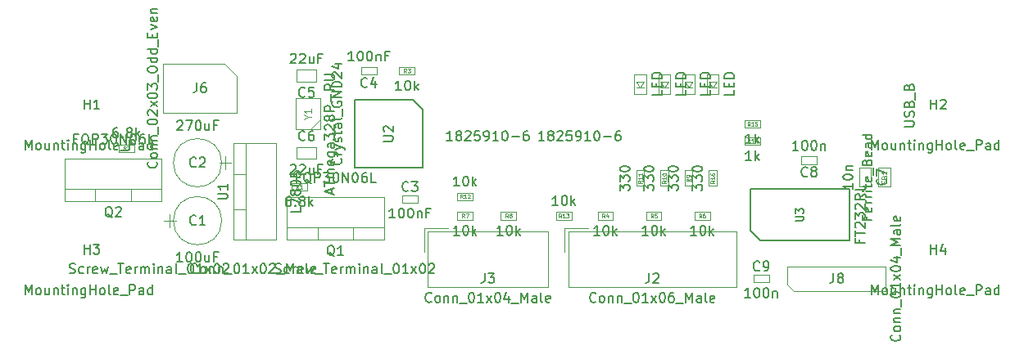
<source format=gbr>
G04 #@! TF.GenerationSoftware,KiCad,Pcbnew,(5.0.1-3-g963ef8bb5)*
G04 #@! TF.CreationDate,2020-07-12T22:57:35-05:00*
G04 #@! TF.ProjectId,SmartNerfBlaster,536D6172744E657266426C6173746572,v1*
G04 #@! TF.SameCoordinates,Original*
G04 #@! TF.FileFunction,Other,Fab,Top*
%FSLAX46Y46*%
G04 Gerber Fmt 4.6, Leading zero omitted, Abs format (unit mm)*
G04 Created by KiCad (PCBNEW (5.0.1-3-g963ef8bb5)) date Sunday, July 12, 2020 at 10:57:35 PM*
%MOMM*%
%LPD*%
G01*
G04 APERTURE LIST*
%ADD10C,0.100000*%
%ADD11C,0.150000*%
%ADD12C,0.075000*%
%ADD13C,0.105000*%
G04 APERTURE END LIST*
D10*
G04 #@! TO.C,C1*
X128400000Y-86350000D02*
X128400000Y-87650000D01*
X127800000Y-87000000D02*
X129000000Y-87000000D01*
X133750000Y-87000000D02*
G75*
G03X133750000Y-87000000I-2500000J0D01*
G01*
G04 #@! TO.C,C2*
X133750000Y-81000000D02*
G75*
G03X133750000Y-81000000I-2500000J0D01*
G01*
X134700000Y-81000000D02*
X133500000Y-81000000D01*
X134100000Y-81650000D02*
X134100000Y-80350000D01*
G04 #@! TO.C,J2*
X169150000Y-87750000D02*
X169150000Y-90250000D01*
X171650000Y-87750000D02*
X169150000Y-87750000D01*
X186950000Y-88150000D02*
X169550000Y-88150000D01*
X186950000Y-93900000D02*
X186950000Y-88150000D01*
X169550000Y-93900000D02*
X186950000Y-93900000D01*
X169550000Y-88150000D02*
X169550000Y-93900000D01*
G04 #@! TO.C,J3*
X154650000Y-87750000D02*
X154650000Y-90250000D01*
X157150000Y-87750000D02*
X154650000Y-87750000D01*
X167450000Y-88150000D02*
X155050000Y-88150000D01*
X167450000Y-93900000D02*
X167450000Y-88150000D01*
X155050000Y-93900000D02*
X167450000Y-93900000D01*
X155050000Y-88150000D02*
X155050000Y-93900000D01*
G04 #@! TO.C,Q1*
X150500000Y-89000000D02*
X150500000Y-84600000D01*
X150500000Y-84600000D02*
X140500000Y-84600000D01*
X140500000Y-84600000D02*
X140500000Y-89000000D01*
X140500000Y-89000000D02*
X150500000Y-89000000D01*
X150500000Y-87730000D02*
X140500000Y-87730000D01*
X147350000Y-89000000D02*
X147350000Y-87730000D01*
X143650000Y-89000000D02*
X143650000Y-87730000D01*
G04 #@! TO.C,Q2*
X120690000Y-85000000D02*
X120690000Y-83730000D01*
X124390000Y-85000000D02*
X124390000Y-83730000D01*
X127540000Y-83730000D02*
X117540000Y-83730000D01*
X117540000Y-85000000D02*
X127540000Y-85000000D01*
X117540000Y-80600000D02*
X117540000Y-85000000D01*
X127540000Y-80600000D02*
X117540000Y-80600000D01*
X127540000Y-85000000D02*
X127540000Y-80600000D01*
G04 #@! TO.C,U1*
X135000000Y-82150000D02*
X136270000Y-82150000D01*
X135000000Y-85850000D02*
X136270000Y-85850000D01*
X136270000Y-89000000D02*
X136270000Y-79000000D01*
X135000000Y-79000000D02*
X135000000Y-89000000D01*
X139400000Y-79000000D02*
X135000000Y-79000000D01*
X139400000Y-89000000D02*
X139400000Y-79000000D01*
X135000000Y-89000000D02*
X139400000Y-89000000D01*
G04 #@! TO.C,C3*
X152400000Y-84350000D02*
X154000000Y-84350000D01*
X154000000Y-84350000D02*
X154000000Y-85150000D01*
X154000000Y-85150000D02*
X152400000Y-85150000D01*
X152400000Y-85150000D02*
X152400000Y-84350000D01*
G04 #@! TO.C,C4*
X149750000Y-71100000D02*
X149750000Y-71900000D01*
X148150000Y-71100000D02*
X149750000Y-71100000D01*
X148150000Y-71900000D02*
X148150000Y-71100000D01*
X149750000Y-71900000D02*
X148150000Y-71900000D01*
G04 #@! TO.C,C5*
X143500000Y-71380000D02*
X143500000Y-72620000D01*
X141500000Y-71380000D02*
X143500000Y-71380000D01*
X141500000Y-72620000D02*
X141500000Y-71380000D01*
X143500000Y-72620000D02*
X141500000Y-72620000D01*
G04 #@! TO.C,C6*
X141500000Y-79380000D02*
X143500000Y-79380000D01*
X143500000Y-79380000D02*
X143500000Y-80620000D01*
X143500000Y-80620000D02*
X141500000Y-80620000D01*
X141500000Y-80620000D02*
X141500000Y-79380000D01*
G04 #@! TO.C,D1*
X181380000Y-73850000D02*
X181380000Y-71850000D01*
X181380000Y-71850000D02*
X182620000Y-71850000D01*
X182620000Y-71850000D02*
X182620000Y-73850000D01*
X182620000Y-73850000D02*
X181380000Y-73850000D01*
X181600000Y-72650000D02*
X182400000Y-72650000D01*
X182400000Y-72650000D02*
X182000000Y-73250000D01*
X182000000Y-73250000D02*
X181600000Y-72650000D01*
X181600000Y-73250000D02*
X182400000Y-73250000D01*
G04 #@! TO.C,D2*
X179100000Y-73250000D02*
X179900000Y-73250000D01*
X179500000Y-73250000D02*
X179100000Y-72650000D01*
X179900000Y-72650000D02*
X179500000Y-73250000D01*
X179100000Y-72650000D02*
X179900000Y-72650000D01*
X180120000Y-73850000D02*
X178880000Y-73850000D01*
X180120000Y-71850000D02*
X180120000Y-73850000D01*
X178880000Y-71850000D02*
X180120000Y-71850000D01*
X178880000Y-73850000D02*
X178880000Y-71850000D01*
G04 #@! TO.C,D3*
X176380000Y-73850000D02*
X176380000Y-71850000D01*
X176380000Y-71850000D02*
X177620000Y-71850000D01*
X177620000Y-71850000D02*
X177620000Y-73850000D01*
X177620000Y-73850000D02*
X176380000Y-73850000D01*
X176600000Y-72650000D02*
X177400000Y-72650000D01*
X177400000Y-72650000D02*
X177000000Y-73250000D01*
X177000000Y-73250000D02*
X176600000Y-72650000D01*
X176600000Y-73250000D02*
X177400000Y-73250000D01*
G04 #@! TO.C,R1*
X140950000Y-83100000D02*
X142550000Y-83100000D01*
X142550000Y-83100000D02*
X142550000Y-83900000D01*
X142550000Y-83900000D02*
X140950000Y-83900000D01*
X140950000Y-83900000D02*
X140950000Y-83100000D01*
G04 #@! TO.C,R2*
X124700000Y-79100000D02*
X124700000Y-79900000D01*
X123100000Y-79100000D02*
X124700000Y-79100000D01*
X123100000Y-79900000D02*
X123100000Y-79100000D01*
X124700000Y-79900000D02*
X123100000Y-79900000D01*
G04 #@! TO.C,R3*
X152100000Y-71100000D02*
X153700000Y-71100000D01*
X153700000Y-71100000D02*
X153700000Y-71900000D01*
X153700000Y-71900000D02*
X152100000Y-71900000D01*
X152100000Y-71900000D02*
X152100000Y-71100000D01*
G04 #@! TO.C,R4*
X172600000Y-86900000D02*
X172600000Y-86100000D01*
X174200000Y-86900000D02*
X172600000Y-86900000D01*
X174200000Y-86100000D02*
X174200000Y-86900000D01*
X172600000Y-86100000D02*
X174200000Y-86100000D01*
G04 #@! TO.C,R5*
X177600000Y-86100000D02*
X179200000Y-86100000D01*
X179200000Y-86100000D02*
X179200000Y-86900000D01*
X179200000Y-86900000D02*
X177600000Y-86900000D01*
X177600000Y-86900000D02*
X177600000Y-86100000D01*
G04 #@! TO.C,R6*
X182600000Y-86900000D02*
X182600000Y-86100000D01*
X184200000Y-86900000D02*
X182600000Y-86900000D01*
X184200000Y-86100000D02*
X184200000Y-86900000D01*
X182600000Y-86100000D02*
X184200000Y-86100000D01*
G04 #@! TO.C,R7*
X158100000Y-86100000D02*
X159700000Y-86100000D01*
X159700000Y-86100000D02*
X159700000Y-86900000D01*
X159700000Y-86900000D02*
X158100000Y-86900000D01*
X158100000Y-86900000D02*
X158100000Y-86100000D01*
G04 #@! TO.C,R8*
X162600000Y-86900000D02*
X162600000Y-86100000D01*
X164200000Y-86900000D02*
X162600000Y-86900000D01*
X164200000Y-86100000D02*
X164200000Y-86900000D01*
X162600000Y-86100000D02*
X164200000Y-86100000D01*
G04 #@! TO.C,R9*
X182400000Y-81800000D02*
X182400000Y-83400000D01*
X182400000Y-83400000D02*
X181600000Y-83400000D01*
X181600000Y-83400000D02*
X181600000Y-81800000D01*
X181600000Y-81800000D02*
X182400000Y-81800000D01*
G04 #@! TO.C,R10*
X179100000Y-81800000D02*
X179900000Y-81800000D01*
X179100000Y-83400000D02*
X179100000Y-81800000D01*
X179900000Y-83400000D02*
X179100000Y-83400000D01*
X179900000Y-81800000D02*
X179900000Y-83400000D01*
G04 #@! TO.C,R11*
X177400000Y-81800000D02*
X177400000Y-83400000D01*
X177400000Y-83400000D02*
X176600000Y-83400000D01*
X176600000Y-83400000D02*
X176600000Y-81800000D01*
X176600000Y-81800000D02*
X177400000Y-81800000D01*
G04 #@! TO.C,R12*
X159700000Y-84100000D02*
X159700000Y-84900000D01*
X158100000Y-84100000D02*
X159700000Y-84100000D01*
X158100000Y-84900000D02*
X158100000Y-84100000D01*
X159700000Y-84900000D02*
X158100000Y-84900000D01*
G04 #@! TO.C,R13*
X169900000Y-86900000D02*
X168300000Y-86900000D01*
X168300000Y-86900000D02*
X168300000Y-86100000D01*
X168300000Y-86100000D02*
X169900000Y-86100000D01*
X169900000Y-86100000D02*
X169900000Y-86900000D01*
D11*
G04 #@! TO.C,U2*
X153500000Y-74500000D02*
X154500000Y-75500000D01*
X147500000Y-74500000D02*
X153500000Y-74500000D01*
X147500000Y-81500000D02*
X147500000Y-74500000D01*
X154500000Y-81500000D02*
X147500000Y-81500000D01*
X154500000Y-75500000D02*
X154500000Y-81500000D01*
D10*
G04 #@! TO.C,J6*
X134040000Y-70730000D02*
X135310000Y-72000000D01*
X127690000Y-70730000D02*
X134040000Y-70730000D01*
X127690000Y-75810000D02*
X127690000Y-70730000D01*
X135310000Y-75810000D02*
X127690000Y-75810000D01*
X135310000Y-72000000D02*
X135310000Y-75810000D01*
G04 #@! TO.C,C7*
X200870000Y-81500000D02*
X200870000Y-83500000D01*
X200870000Y-83500000D02*
X199630000Y-83500000D01*
X199630000Y-83500000D02*
X199630000Y-81500000D01*
X199630000Y-81500000D02*
X200870000Y-81500000D01*
G04 #@! TO.C,C8*
X195250000Y-81150000D02*
X193650000Y-81150000D01*
X193650000Y-81150000D02*
X193650000Y-80350000D01*
X193650000Y-80350000D02*
X195250000Y-80350000D01*
X195250000Y-80350000D02*
X195250000Y-81150000D01*
G04 #@! TO.C,C9*
X188700000Y-93400000D02*
X188700000Y-92600000D01*
X190300000Y-93400000D02*
X188700000Y-93400000D01*
X190300000Y-92600000D02*
X190300000Y-93400000D01*
X188700000Y-92600000D02*
X190300000Y-92600000D01*
G04 #@! TO.C,D4*
X183880000Y-73850000D02*
X183880000Y-71850000D01*
X183880000Y-71850000D02*
X185120000Y-71850000D01*
X185120000Y-71850000D02*
X185120000Y-73850000D01*
X185120000Y-73850000D02*
X183880000Y-73850000D01*
X184100000Y-72650000D02*
X184900000Y-72650000D01*
X184900000Y-72650000D02*
X184500000Y-73250000D01*
X184500000Y-73250000D02*
X184100000Y-72650000D01*
X184100000Y-73250000D02*
X184900000Y-73250000D01*
G04 #@! TO.C,FB1*
X202870000Y-81500000D02*
X202870000Y-83500000D01*
X202870000Y-83500000D02*
X201630000Y-83500000D01*
X201630000Y-83500000D02*
X201630000Y-81500000D01*
X201630000Y-81500000D02*
X202870000Y-81500000D01*
G04 #@! TO.C,R14*
X187800000Y-78350000D02*
X189400000Y-78350000D01*
X189400000Y-78350000D02*
X189400000Y-79150000D01*
X189400000Y-79150000D02*
X187800000Y-79150000D01*
X187800000Y-79150000D02*
X187800000Y-78350000D01*
G04 #@! TO.C,R15*
X187800000Y-77400000D02*
X187800000Y-76600000D01*
X189400000Y-77400000D02*
X187800000Y-77400000D01*
X189400000Y-76600000D02*
X189400000Y-77400000D01*
X187800000Y-76600000D02*
X189400000Y-76600000D01*
G04 #@! TO.C,R16*
X184900000Y-81800000D02*
X184900000Y-83400000D01*
X184900000Y-83400000D02*
X184100000Y-83400000D01*
X184100000Y-83400000D02*
X184100000Y-81800000D01*
X184100000Y-81800000D02*
X184900000Y-81800000D01*
G04 #@! TO.C,Y1*
X142900000Y-77550000D02*
X143900000Y-76550000D01*
X141400000Y-74350000D02*
X141400000Y-77550000D01*
X143900000Y-74350000D02*
X141400000Y-74350000D01*
X143900000Y-77550000D02*
X143900000Y-74350000D01*
X141400000Y-77550000D02*
X143900000Y-77550000D01*
D11*
G04 #@! TO.C,U3*
X189400000Y-89050000D02*
X188400000Y-88050000D01*
X198600000Y-89050000D02*
X189400000Y-89050000D01*
X198600000Y-83750000D02*
X198600000Y-89050000D01*
X188400000Y-83750000D02*
X198600000Y-83750000D01*
X188400000Y-88050000D02*
X188400000Y-83750000D01*
D10*
G04 #@! TO.C,J8*
X192865000Y-94270000D02*
X192230000Y-93635000D01*
X202390000Y-94270000D02*
X192865000Y-94270000D01*
X202390000Y-91730000D02*
X202390000Y-94270000D01*
X192230000Y-91730000D02*
X202390000Y-91730000D01*
X192230000Y-93635000D02*
X192230000Y-91730000D01*
G04 #@! TD*
G04 #@! TO.C,J4*
D11*
X139261904Y-92404761D02*
X139404761Y-92452380D01*
X139642857Y-92452380D01*
X139738095Y-92404761D01*
X139785714Y-92357142D01*
X139833333Y-92261904D01*
X139833333Y-92166666D01*
X139785714Y-92071428D01*
X139738095Y-92023809D01*
X139642857Y-91976190D01*
X139452380Y-91928571D01*
X139357142Y-91880952D01*
X139309523Y-91833333D01*
X139261904Y-91738095D01*
X139261904Y-91642857D01*
X139309523Y-91547619D01*
X139357142Y-91500000D01*
X139452380Y-91452380D01*
X139690476Y-91452380D01*
X139833333Y-91500000D01*
X140690476Y-92404761D02*
X140595238Y-92452380D01*
X140404761Y-92452380D01*
X140309523Y-92404761D01*
X140261904Y-92357142D01*
X140214285Y-92261904D01*
X140214285Y-91976190D01*
X140261904Y-91880952D01*
X140309523Y-91833333D01*
X140404761Y-91785714D01*
X140595238Y-91785714D01*
X140690476Y-91833333D01*
X141119047Y-92452380D02*
X141119047Y-91785714D01*
X141119047Y-91976190D02*
X141166666Y-91880952D01*
X141214285Y-91833333D01*
X141309523Y-91785714D01*
X141404761Y-91785714D01*
X142119047Y-92404761D02*
X142023809Y-92452380D01*
X141833333Y-92452380D01*
X141738095Y-92404761D01*
X141690476Y-92309523D01*
X141690476Y-91928571D01*
X141738095Y-91833333D01*
X141833333Y-91785714D01*
X142023809Y-91785714D01*
X142119047Y-91833333D01*
X142166666Y-91928571D01*
X142166666Y-92023809D01*
X141690476Y-92119047D01*
X142500000Y-91785714D02*
X142690476Y-92452380D01*
X142880952Y-91976190D01*
X143071428Y-92452380D01*
X143261904Y-91785714D01*
X143404761Y-92547619D02*
X144166666Y-92547619D01*
X144261904Y-91452380D02*
X144833333Y-91452380D01*
X144547619Y-92452380D02*
X144547619Y-91452380D01*
X145547619Y-92404761D02*
X145452380Y-92452380D01*
X145261904Y-92452380D01*
X145166666Y-92404761D01*
X145119047Y-92309523D01*
X145119047Y-91928571D01*
X145166666Y-91833333D01*
X145261904Y-91785714D01*
X145452380Y-91785714D01*
X145547619Y-91833333D01*
X145595238Y-91928571D01*
X145595238Y-92023809D01*
X145119047Y-92119047D01*
X146023809Y-92452380D02*
X146023809Y-91785714D01*
X146023809Y-91976190D02*
X146071428Y-91880952D01*
X146119047Y-91833333D01*
X146214285Y-91785714D01*
X146309523Y-91785714D01*
X146642857Y-92452380D02*
X146642857Y-91785714D01*
X146642857Y-91880952D02*
X146690476Y-91833333D01*
X146785714Y-91785714D01*
X146928571Y-91785714D01*
X147023809Y-91833333D01*
X147071428Y-91928571D01*
X147071428Y-92452380D01*
X147071428Y-91928571D02*
X147119047Y-91833333D01*
X147214285Y-91785714D01*
X147357142Y-91785714D01*
X147452380Y-91833333D01*
X147500000Y-91928571D01*
X147500000Y-92452380D01*
X147976190Y-92452380D02*
X147976190Y-91785714D01*
X147976190Y-91452380D02*
X147928571Y-91500000D01*
X147976190Y-91547619D01*
X148023809Y-91500000D01*
X147976190Y-91452380D01*
X147976190Y-91547619D01*
X148452380Y-91785714D02*
X148452380Y-92452380D01*
X148452380Y-91880952D02*
X148500000Y-91833333D01*
X148595238Y-91785714D01*
X148738095Y-91785714D01*
X148833333Y-91833333D01*
X148880952Y-91928571D01*
X148880952Y-92452380D01*
X149785714Y-92452380D02*
X149785714Y-91928571D01*
X149738095Y-91833333D01*
X149642857Y-91785714D01*
X149452380Y-91785714D01*
X149357142Y-91833333D01*
X149785714Y-92404761D02*
X149690476Y-92452380D01*
X149452380Y-92452380D01*
X149357142Y-92404761D01*
X149309523Y-92309523D01*
X149309523Y-92214285D01*
X149357142Y-92119047D01*
X149452380Y-92071428D01*
X149690476Y-92071428D01*
X149785714Y-92023809D01*
X150404761Y-92452380D02*
X150309523Y-92404761D01*
X150261904Y-92309523D01*
X150261904Y-91452380D01*
X150547619Y-92547619D02*
X151309523Y-92547619D01*
X151738095Y-91452380D02*
X151833333Y-91452380D01*
X151928571Y-91500000D01*
X151976190Y-91547619D01*
X152023809Y-91642857D01*
X152071428Y-91833333D01*
X152071428Y-92071428D01*
X152023809Y-92261904D01*
X151976190Y-92357142D01*
X151928571Y-92404761D01*
X151833333Y-92452380D01*
X151738095Y-92452380D01*
X151642857Y-92404761D01*
X151595238Y-92357142D01*
X151547619Y-92261904D01*
X151500000Y-92071428D01*
X151500000Y-91833333D01*
X151547619Y-91642857D01*
X151595238Y-91547619D01*
X151642857Y-91500000D01*
X151738095Y-91452380D01*
X153023809Y-92452380D02*
X152452380Y-92452380D01*
X152738095Y-92452380D02*
X152738095Y-91452380D01*
X152642857Y-91595238D01*
X152547619Y-91690476D01*
X152452380Y-91738095D01*
X153357142Y-92452380D02*
X153880952Y-91785714D01*
X153357142Y-91785714D02*
X153880952Y-92452380D01*
X154452380Y-91452380D02*
X154547619Y-91452380D01*
X154642857Y-91500000D01*
X154690476Y-91547619D01*
X154738095Y-91642857D01*
X154785714Y-91833333D01*
X154785714Y-92071428D01*
X154738095Y-92261904D01*
X154690476Y-92357142D01*
X154642857Y-92404761D01*
X154547619Y-92452380D01*
X154452380Y-92452380D01*
X154357142Y-92404761D01*
X154309523Y-92357142D01*
X154261904Y-92261904D01*
X154214285Y-92071428D01*
X154214285Y-91833333D01*
X154261904Y-91642857D01*
X154309523Y-91547619D01*
X154357142Y-91500000D01*
X154452380Y-91452380D01*
X155166666Y-91547619D02*
X155214285Y-91500000D01*
X155309523Y-91452380D01*
X155547619Y-91452380D01*
X155642857Y-91500000D01*
X155690476Y-91547619D01*
X155738095Y-91642857D01*
X155738095Y-91738095D01*
X155690476Y-91880952D01*
X155119047Y-92452380D01*
X155738095Y-92452380D01*
G04 #@! TO.C,J1*
X131166666Y-92357142D02*
X131119047Y-92404761D01*
X130976190Y-92452380D01*
X130880952Y-92452380D01*
X130738095Y-92404761D01*
X130642857Y-92309523D01*
X130595238Y-92214285D01*
X130547619Y-92023809D01*
X130547619Y-91880952D01*
X130595238Y-91690476D01*
X130642857Y-91595238D01*
X130738095Y-91500000D01*
X130880952Y-91452380D01*
X130976190Y-91452380D01*
X131119047Y-91500000D01*
X131166666Y-91547619D01*
X131738095Y-92452380D02*
X131642857Y-92404761D01*
X131595238Y-92357142D01*
X131547619Y-92261904D01*
X131547619Y-91976190D01*
X131595238Y-91880952D01*
X131642857Y-91833333D01*
X131738095Y-91785714D01*
X131880952Y-91785714D01*
X131976190Y-91833333D01*
X132023809Y-91880952D01*
X132071428Y-91976190D01*
X132071428Y-92261904D01*
X132023809Y-92357142D01*
X131976190Y-92404761D01*
X131880952Y-92452380D01*
X131738095Y-92452380D01*
X132500000Y-91785714D02*
X132500000Y-92452380D01*
X132500000Y-91880952D02*
X132547619Y-91833333D01*
X132642857Y-91785714D01*
X132785714Y-91785714D01*
X132880952Y-91833333D01*
X132928571Y-91928571D01*
X132928571Y-92452380D01*
X133404761Y-91785714D02*
X133404761Y-92452380D01*
X133404761Y-91880952D02*
X133452380Y-91833333D01*
X133547619Y-91785714D01*
X133690476Y-91785714D01*
X133785714Y-91833333D01*
X133833333Y-91928571D01*
X133833333Y-92452380D01*
X134071428Y-92547619D02*
X134833333Y-92547619D01*
X135261904Y-91452380D02*
X135357142Y-91452380D01*
X135452380Y-91500000D01*
X135500000Y-91547619D01*
X135547619Y-91642857D01*
X135595238Y-91833333D01*
X135595238Y-92071428D01*
X135547619Y-92261904D01*
X135500000Y-92357142D01*
X135452380Y-92404761D01*
X135357142Y-92452380D01*
X135261904Y-92452380D01*
X135166666Y-92404761D01*
X135119047Y-92357142D01*
X135071428Y-92261904D01*
X135023809Y-92071428D01*
X135023809Y-91833333D01*
X135071428Y-91642857D01*
X135119047Y-91547619D01*
X135166666Y-91500000D01*
X135261904Y-91452380D01*
X136547619Y-92452380D02*
X135976190Y-92452380D01*
X136261904Y-92452380D02*
X136261904Y-91452380D01*
X136166666Y-91595238D01*
X136071428Y-91690476D01*
X135976190Y-91738095D01*
X136880952Y-92452380D02*
X137404761Y-91785714D01*
X136880952Y-91785714D02*
X137404761Y-92452380D01*
X137976190Y-91452380D02*
X138071428Y-91452380D01*
X138166666Y-91500000D01*
X138214285Y-91547619D01*
X138261904Y-91642857D01*
X138309523Y-91833333D01*
X138309523Y-92071428D01*
X138261904Y-92261904D01*
X138214285Y-92357142D01*
X138166666Y-92404761D01*
X138071428Y-92452380D01*
X137976190Y-92452380D01*
X137880952Y-92404761D01*
X137833333Y-92357142D01*
X137785714Y-92261904D01*
X137738095Y-92071428D01*
X137738095Y-91833333D01*
X137785714Y-91642857D01*
X137833333Y-91547619D01*
X137880952Y-91500000D01*
X137976190Y-91452380D01*
X138690476Y-91547619D02*
X138738095Y-91500000D01*
X138833333Y-91452380D01*
X139071428Y-91452380D01*
X139166666Y-91500000D01*
X139214285Y-91547619D01*
X139261904Y-91642857D01*
X139261904Y-91738095D01*
X139214285Y-91880952D01*
X138642857Y-92452380D01*
X139261904Y-92452380D01*
X139452380Y-92547619D02*
X140214285Y-92547619D01*
X140452380Y-92452380D02*
X140452380Y-91452380D01*
X140785714Y-92166666D01*
X141119047Y-91452380D01*
X141119047Y-92452380D01*
X142023809Y-92452380D02*
X142023809Y-91928571D01*
X141976190Y-91833333D01*
X141880952Y-91785714D01*
X141690476Y-91785714D01*
X141595238Y-91833333D01*
X142023809Y-92404761D02*
X141928571Y-92452380D01*
X141690476Y-92452380D01*
X141595238Y-92404761D01*
X141547619Y-92309523D01*
X141547619Y-92214285D01*
X141595238Y-92119047D01*
X141690476Y-92071428D01*
X141928571Y-92071428D01*
X142023809Y-92023809D01*
X142642857Y-92452380D02*
X142547619Y-92404761D01*
X142500000Y-92309523D01*
X142500000Y-91452380D01*
X143404761Y-92404761D02*
X143309523Y-92452380D01*
X143119047Y-92452380D01*
X143023809Y-92404761D01*
X142976190Y-92309523D01*
X142976190Y-91928571D01*
X143023809Y-91833333D01*
X143119047Y-91785714D01*
X143309523Y-91785714D01*
X143404761Y-91833333D01*
X143452380Y-91928571D01*
X143452380Y-92023809D01*
X142976190Y-92119047D01*
G04 #@! TO.C,J5*
X118011904Y-92404761D02*
X118154761Y-92452380D01*
X118392857Y-92452380D01*
X118488095Y-92404761D01*
X118535714Y-92357142D01*
X118583333Y-92261904D01*
X118583333Y-92166666D01*
X118535714Y-92071428D01*
X118488095Y-92023809D01*
X118392857Y-91976190D01*
X118202380Y-91928571D01*
X118107142Y-91880952D01*
X118059523Y-91833333D01*
X118011904Y-91738095D01*
X118011904Y-91642857D01*
X118059523Y-91547619D01*
X118107142Y-91500000D01*
X118202380Y-91452380D01*
X118440476Y-91452380D01*
X118583333Y-91500000D01*
X119440476Y-92404761D02*
X119345238Y-92452380D01*
X119154761Y-92452380D01*
X119059523Y-92404761D01*
X119011904Y-92357142D01*
X118964285Y-92261904D01*
X118964285Y-91976190D01*
X119011904Y-91880952D01*
X119059523Y-91833333D01*
X119154761Y-91785714D01*
X119345238Y-91785714D01*
X119440476Y-91833333D01*
X119869047Y-92452380D02*
X119869047Y-91785714D01*
X119869047Y-91976190D02*
X119916666Y-91880952D01*
X119964285Y-91833333D01*
X120059523Y-91785714D01*
X120154761Y-91785714D01*
X120869047Y-92404761D02*
X120773809Y-92452380D01*
X120583333Y-92452380D01*
X120488095Y-92404761D01*
X120440476Y-92309523D01*
X120440476Y-91928571D01*
X120488095Y-91833333D01*
X120583333Y-91785714D01*
X120773809Y-91785714D01*
X120869047Y-91833333D01*
X120916666Y-91928571D01*
X120916666Y-92023809D01*
X120440476Y-92119047D01*
X121250000Y-91785714D02*
X121440476Y-92452380D01*
X121630952Y-91976190D01*
X121821428Y-92452380D01*
X122011904Y-91785714D01*
X122154761Y-92547619D02*
X122916666Y-92547619D01*
X123011904Y-91452380D02*
X123583333Y-91452380D01*
X123297619Y-92452380D02*
X123297619Y-91452380D01*
X124297619Y-92404761D02*
X124202380Y-92452380D01*
X124011904Y-92452380D01*
X123916666Y-92404761D01*
X123869047Y-92309523D01*
X123869047Y-91928571D01*
X123916666Y-91833333D01*
X124011904Y-91785714D01*
X124202380Y-91785714D01*
X124297619Y-91833333D01*
X124345238Y-91928571D01*
X124345238Y-92023809D01*
X123869047Y-92119047D01*
X124773809Y-92452380D02*
X124773809Y-91785714D01*
X124773809Y-91976190D02*
X124821428Y-91880952D01*
X124869047Y-91833333D01*
X124964285Y-91785714D01*
X125059523Y-91785714D01*
X125392857Y-92452380D02*
X125392857Y-91785714D01*
X125392857Y-91880952D02*
X125440476Y-91833333D01*
X125535714Y-91785714D01*
X125678571Y-91785714D01*
X125773809Y-91833333D01*
X125821428Y-91928571D01*
X125821428Y-92452380D01*
X125821428Y-91928571D02*
X125869047Y-91833333D01*
X125964285Y-91785714D01*
X126107142Y-91785714D01*
X126202380Y-91833333D01*
X126250000Y-91928571D01*
X126250000Y-92452380D01*
X126726190Y-92452380D02*
X126726190Y-91785714D01*
X126726190Y-91452380D02*
X126678571Y-91500000D01*
X126726190Y-91547619D01*
X126773809Y-91500000D01*
X126726190Y-91452380D01*
X126726190Y-91547619D01*
X127202380Y-91785714D02*
X127202380Y-92452380D01*
X127202380Y-91880952D02*
X127250000Y-91833333D01*
X127345238Y-91785714D01*
X127488095Y-91785714D01*
X127583333Y-91833333D01*
X127630952Y-91928571D01*
X127630952Y-92452380D01*
X128535714Y-92452380D02*
X128535714Y-91928571D01*
X128488095Y-91833333D01*
X128392857Y-91785714D01*
X128202380Y-91785714D01*
X128107142Y-91833333D01*
X128535714Y-92404761D02*
X128440476Y-92452380D01*
X128202380Y-92452380D01*
X128107142Y-92404761D01*
X128059523Y-92309523D01*
X128059523Y-92214285D01*
X128107142Y-92119047D01*
X128202380Y-92071428D01*
X128440476Y-92071428D01*
X128535714Y-92023809D01*
X129154761Y-92452380D02*
X129059523Y-92404761D01*
X129011904Y-92309523D01*
X129011904Y-91452380D01*
X129297619Y-92547619D02*
X130059523Y-92547619D01*
X130488095Y-91452380D02*
X130583333Y-91452380D01*
X130678571Y-91500000D01*
X130726190Y-91547619D01*
X130773809Y-91642857D01*
X130821428Y-91833333D01*
X130821428Y-92071428D01*
X130773809Y-92261904D01*
X130726190Y-92357142D01*
X130678571Y-92404761D01*
X130583333Y-92452380D01*
X130488095Y-92452380D01*
X130392857Y-92404761D01*
X130345238Y-92357142D01*
X130297619Y-92261904D01*
X130250000Y-92071428D01*
X130250000Y-91833333D01*
X130297619Y-91642857D01*
X130345238Y-91547619D01*
X130392857Y-91500000D01*
X130488095Y-91452380D01*
X131773809Y-92452380D02*
X131202380Y-92452380D01*
X131488095Y-92452380D02*
X131488095Y-91452380D01*
X131392857Y-91595238D01*
X131297619Y-91690476D01*
X131202380Y-91738095D01*
X132107142Y-92452380D02*
X132630952Y-91785714D01*
X132107142Y-91785714D02*
X132630952Y-92452380D01*
X133202380Y-91452380D02*
X133297619Y-91452380D01*
X133392857Y-91500000D01*
X133440476Y-91547619D01*
X133488095Y-91642857D01*
X133535714Y-91833333D01*
X133535714Y-92071428D01*
X133488095Y-92261904D01*
X133440476Y-92357142D01*
X133392857Y-92404761D01*
X133297619Y-92452380D01*
X133202380Y-92452380D01*
X133107142Y-92404761D01*
X133059523Y-92357142D01*
X133011904Y-92261904D01*
X132964285Y-92071428D01*
X132964285Y-91833333D01*
X133011904Y-91642857D01*
X133059523Y-91547619D01*
X133107142Y-91500000D01*
X133202380Y-91452380D01*
X133916666Y-91547619D02*
X133964285Y-91500000D01*
X134059523Y-91452380D01*
X134297619Y-91452380D01*
X134392857Y-91500000D01*
X134440476Y-91547619D01*
X134488095Y-91642857D01*
X134488095Y-91738095D01*
X134440476Y-91880952D01*
X133869047Y-92452380D01*
X134488095Y-92452380D01*
G04 #@! TO.C,H1*
X113428571Y-79652380D02*
X113428571Y-78652380D01*
X113761904Y-79366666D01*
X114095238Y-78652380D01*
X114095238Y-79652380D01*
X114714285Y-79652380D02*
X114619047Y-79604761D01*
X114571428Y-79557142D01*
X114523809Y-79461904D01*
X114523809Y-79176190D01*
X114571428Y-79080952D01*
X114619047Y-79033333D01*
X114714285Y-78985714D01*
X114857142Y-78985714D01*
X114952380Y-79033333D01*
X115000000Y-79080952D01*
X115047619Y-79176190D01*
X115047619Y-79461904D01*
X115000000Y-79557142D01*
X114952380Y-79604761D01*
X114857142Y-79652380D01*
X114714285Y-79652380D01*
X115904761Y-78985714D02*
X115904761Y-79652380D01*
X115476190Y-78985714D02*
X115476190Y-79509523D01*
X115523809Y-79604761D01*
X115619047Y-79652380D01*
X115761904Y-79652380D01*
X115857142Y-79604761D01*
X115904761Y-79557142D01*
X116380952Y-78985714D02*
X116380952Y-79652380D01*
X116380952Y-79080952D02*
X116428571Y-79033333D01*
X116523809Y-78985714D01*
X116666666Y-78985714D01*
X116761904Y-79033333D01*
X116809523Y-79128571D01*
X116809523Y-79652380D01*
X117142857Y-78985714D02*
X117523809Y-78985714D01*
X117285714Y-78652380D02*
X117285714Y-79509523D01*
X117333333Y-79604761D01*
X117428571Y-79652380D01*
X117523809Y-79652380D01*
X117857142Y-79652380D02*
X117857142Y-78985714D01*
X117857142Y-78652380D02*
X117809523Y-78700000D01*
X117857142Y-78747619D01*
X117904761Y-78700000D01*
X117857142Y-78652380D01*
X117857142Y-78747619D01*
X118333333Y-78985714D02*
X118333333Y-79652380D01*
X118333333Y-79080952D02*
X118380952Y-79033333D01*
X118476190Y-78985714D01*
X118619047Y-78985714D01*
X118714285Y-79033333D01*
X118761904Y-79128571D01*
X118761904Y-79652380D01*
X119666666Y-78985714D02*
X119666666Y-79795238D01*
X119619047Y-79890476D01*
X119571428Y-79938095D01*
X119476190Y-79985714D01*
X119333333Y-79985714D01*
X119238095Y-79938095D01*
X119666666Y-79604761D02*
X119571428Y-79652380D01*
X119380952Y-79652380D01*
X119285714Y-79604761D01*
X119238095Y-79557142D01*
X119190476Y-79461904D01*
X119190476Y-79176190D01*
X119238095Y-79080952D01*
X119285714Y-79033333D01*
X119380952Y-78985714D01*
X119571428Y-78985714D01*
X119666666Y-79033333D01*
X120142857Y-79652380D02*
X120142857Y-78652380D01*
X120142857Y-79128571D02*
X120714285Y-79128571D01*
X120714285Y-79652380D02*
X120714285Y-78652380D01*
X121333333Y-79652380D02*
X121238095Y-79604761D01*
X121190476Y-79557142D01*
X121142857Y-79461904D01*
X121142857Y-79176190D01*
X121190476Y-79080952D01*
X121238095Y-79033333D01*
X121333333Y-78985714D01*
X121476190Y-78985714D01*
X121571428Y-79033333D01*
X121619047Y-79080952D01*
X121666666Y-79176190D01*
X121666666Y-79461904D01*
X121619047Y-79557142D01*
X121571428Y-79604761D01*
X121476190Y-79652380D01*
X121333333Y-79652380D01*
X122238095Y-79652380D02*
X122142857Y-79604761D01*
X122095238Y-79509523D01*
X122095238Y-78652380D01*
X123000000Y-79604761D02*
X122904761Y-79652380D01*
X122714285Y-79652380D01*
X122619047Y-79604761D01*
X122571428Y-79509523D01*
X122571428Y-79128571D01*
X122619047Y-79033333D01*
X122714285Y-78985714D01*
X122904761Y-78985714D01*
X123000000Y-79033333D01*
X123047619Y-79128571D01*
X123047619Y-79223809D01*
X122571428Y-79319047D01*
X123238095Y-79747619D02*
X124000000Y-79747619D01*
X124238095Y-79652380D02*
X124238095Y-78652380D01*
X124619047Y-78652380D01*
X124714285Y-78700000D01*
X124761904Y-78747619D01*
X124809523Y-78842857D01*
X124809523Y-78985714D01*
X124761904Y-79080952D01*
X124714285Y-79128571D01*
X124619047Y-79176190D01*
X124238095Y-79176190D01*
X125666666Y-79652380D02*
X125666666Y-79128571D01*
X125619047Y-79033333D01*
X125523809Y-78985714D01*
X125333333Y-78985714D01*
X125238095Y-79033333D01*
X125666666Y-79604761D02*
X125571428Y-79652380D01*
X125333333Y-79652380D01*
X125238095Y-79604761D01*
X125190476Y-79509523D01*
X125190476Y-79414285D01*
X125238095Y-79319047D01*
X125333333Y-79271428D01*
X125571428Y-79271428D01*
X125666666Y-79223809D01*
X126571428Y-79652380D02*
X126571428Y-78652380D01*
X126571428Y-79604761D02*
X126476190Y-79652380D01*
X126285714Y-79652380D01*
X126190476Y-79604761D01*
X126142857Y-79557142D01*
X126095238Y-79461904D01*
X126095238Y-79176190D01*
X126142857Y-79080952D01*
X126190476Y-79033333D01*
X126285714Y-78985714D01*
X126476190Y-78985714D01*
X126571428Y-79033333D01*
X119538095Y-75452380D02*
X119538095Y-74452380D01*
X119538095Y-74928571D02*
X120109523Y-74928571D01*
X120109523Y-75452380D02*
X120109523Y-74452380D01*
X121109523Y-75452380D02*
X120538095Y-75452380D01*
X120823809Y-75452380D02*
X120823809Y-74452380D01*
X120728571Y-74595238D01*
X120633333Y-74690476D01*
X120538095Y-74738095D01*
G04 #@! TO.C,C1*
X129702380Y-91262380D02*
X129130952Y-91262380D01*
X129416666Y-91262380D02*
X129416666Y-90262380D01*
X129321428Y-90405238D01*
X129226190Y-90500476D01*
X129130952Y-90548095D01*
X130321428Y-90262380D02*
X130416666Y-90262380D01*
X130511904Y-90310000D01*
X130559523Y-90357619D01*
X130607142Y-90452857D01*
X130654761Y-90643333D01*
X130654761Y-90881428D01*
X130607142Y-91071904D01*
X130559523Y-91167142D01*
X130511904Y-91214761D01*
X130416666Y-91262380D01*
X130321428Y-91262380D01*
X130226190Y-91214761D01*
X130178571Y-91167142D01*
X130130952Y-91071904D01*
X130083333Y-90881428D01*
X130083333Y-90643333D01*
X130130952Y-90452857D01*
X130178571Y-90357619D01*
X130226190Y-90310000D01*
X130321428Y-90262380D01*
X131273809Y-90262380D02*
X131369047Y-90262380D01*
X131464285Y-90310000D01*
X131511904Y-90357619D01*
X131559523Y-90452857D01*
X131607142Y-90643333D01*
X131607142Y-90881428D01*
X131559523Y-91071904D01*
X131511904Y-91167142D01*
X131464285Y-91214761D01*
X131369047Y-91262380D01*
X131273809Y-91262380D01*
X131178571Y-91214761D01*
X131130952Y-91167142D01*
X131083333Y-91071904D01*
X131035714Y-90881428D01*
X131035714Y-90643333D01*
X131083333Y-90452857D01*
X131130952Y-90357619D01*
X131178571Y-90310000D01*
X131273809Y-90262380D01*
X132464285Y-90595714D02*
X132464285Y-91262380D01*
X132035714Y-90595714D02*
X132035714Y-91119523D01*
X132083333Y-91214761D01*
X132178571Y-91262380D01*
X132321428Y-91262380D01*
X132416666Y-91214761D01*
X132464285Y-91167142D01*
X133273809Y-90738571D02*
X132940476Y-90738571D01*
X132940476Y-91262380D02*
X132940476Y-90262380D01*
X133416666Y-90262380D01*
X131083333Y-87357142D02*
X131035714Y-87404761D01*
X130892857Y-87452380D01*
X130797619Y-87452380D01*
X130654761Y-87404761D01*
X130559523Y-87309523D01*
X130511904Y-87214285D01*
X130464285Y-87023809D01*
X130464285Y-86880952D01*
X130511904Y-86690476D01*
X130559523Y-86595238D01*
X130654761Y-86500000D01*
X130797619Y-86452380D01*
X130892857Y-86452380D01*
X131035714Y-86500000D01*
X131083333Y-86547619D01*
X132035714Y-87452380D02*
X131464285Y-87452380D01*
X131750000Y-87452380D02*
X131750000Y-86452380D01*
X131654761Y-86595238D01*
X131559523Y-86690476D01*
X131464285Y-86738095D01*
G04 #@! TO.C,C2*
X129130952Y-76737619D02*
X129178571Y-76690000D01*
X129273809Y-76642380D01*
X129511904Y-76642380D01*
X129607142Y-76690000D01*
X129654761Y-76737619D01*
X129702380Y-76832857D01*
X129702380Y-76928095D01*
X129654761Y-77070952D01*
X129083333Y-77642380D01*
X129702380Y-77642380D01*
X130035714Y-76642380D02*
X130702380Y-76642380D01*
X130273809Y-77642380D01*
X131273809Y-76642380D02*
X131369047Y-76642380D01*
X131464285Y-76690000D01*
X131511904Y-76737619D01*
X131559523Y-76832857D01*
X131607142Y-77023333D01*
X131607142Y-77261428D01*
X131559523Y-77451904D01*
X131511904Y-77547142D01*
X131464285Y-77594761D01*
X131369047Y-77642380D01*
X131273809Y-77642380D01*
X131178571Y-77594761D01*
X131130952Y-77547142D01*
X131083333Y-77451904D01*
X131035714Y-77261428D01*
X131035714Y-77023333D01*
X131083333Y-76832857D01*
X131130952Y-76737619D01*
X131178571Y-76690000D01*
X131273809Y-76642380D01*
X132464285Y-76975714D02*
X132464285Y-77642380D01*
X132035714Y-76975714D02*
X132035714Y-77499523D01*
X132083333Y-77594761D01*
X132178571Y-77642380D01*
X132321428Y-77642380D01*
X132416666Y-77594761D01*
X132464285Y-77547142D01*
X133273809Y-77118571D02*
X132940476Y-77118571D01*
X132940476Y-77642380D02*
X132940476Y-76642380D01*
X133416666Y-76642380D01*
X131083333Y-81357142D02*
X131035714Y-81404761D01*
X130892857Y-81452380D01*
X130797619Y-81452380D01*
X130654761Y-81404761D01*
X130559523Y-81309523D01*
X130511904Y-81214285D01*
X130464285Y-81023809D01*
X130464285Y-80880952D01*
X130511904Y-80690476D01*
X130559523Y-80595238D01*
X130654761Y-80500000D01*
X130797619Y-80452380D01*
X130892857Y-80452380D01*
X131035714Y-80500000D01*
X131083333Y-80547619D01*
X131464285Y-80547619D02*
X131511904Y-80500000D01*
X131607142Y-80452380D01*
X131845238Y-80452380D01*
X131940476Y-80500000D01*
X131988095Y-80547619D01*
X132035714Y-80642857D01*
X132035714Y-80738095D01*
X131988095Y-80880952D01*
X131416666Y-81452380D01*
X132035714Y-81452380D01*
G04 #@! TO.C,J2*
X172416666Y-95357142D02*
X172369047Y-95404761D01*
X172226190Y-95452380D01*
X172130952Y-95452380D01*
X171988095Y-95404761D01*
X171892857Y-95309523D01*
X171845238Y-95214285D01*
X171797619Y-95023809D01*
X171797619Y-94880952D01*
X171845238Y-94690476D01*
X171892857Y-94595238D01*
X171988095Y-94500000D01*
X172130952Y-94452380D01*
X172226190Y-94452380D01*
X172369047Y-94500000D01*
X172416666Y-94547619D01*
X172988095Y-95452380D02*
X172892857Y-95404761D01*
X172845238Y-95357142D01*
X172797619Y-95261904D01*
X172797619Y-94976190D01*
X172845238Y-94880952D01*
X172892857Y-94833333D01*
X172988095Y-94785714D01*
X173130952Y-94785714D01*
X173226190Y-94833333D01*
X173273809Y-94880952D01*
X173321428Y-94976190D01*
X173321428Y-95261904D01*
X173273809Y-95357142D01*
X173226190Y-95404761D01*
X173130952Y-95452380D01*
X172988095Y-95452380D01*
X173750000Y-94785714D02*
X173750000Y-95452380D01*
X173750000Y-94880952D02*
X173797619Y-94833333D01*
X173892857Y-94785714D01*
X174035714Y-94785714D01*
X174130952Y-94833333D01*
X174178571Y-94928571D01*
X174178571Y-95452380D01*
X174654761Y-94785714D02*
X174654761Y-95452380D01*
X174654761Y-94880952D02*
X174702380Y-94833333D01*
X174797619Y-94785714D01*
X174940476Y-94785714D01*
X175035714Y-94833333D01*
X175083333Y-94928571D01*
X175083333Y-95452380D01*
X175321428Y-95547619D02*
X176083333Y-95547619D01*
X176511904Y-94452380D02*
X176607142Y-94452380D01*
X176702380Y-94500000D01*
X176750000Y-94547619D01*
X176797619Y-94642857D01*
X176845238Y-94833333D01*
X176845238Y-95071428D01*
X176797619Y-95261904D01*
X176750000Y-95357142D01*
X176702380Y-95404761D01*
X176607142Y-95452380D01*
X176511904Y-95452380D01*
X176416666Y-95404761D01*
X176369047Y-95357142D01*
X176321428Y-95261904D01*
X176273809Y-95071428D01*
X176273809Y-94833333D01*
X176321428Y-94642857D01*
X176369047Y-94547619D01*
X176416666Y-94500000D01*
X176511904Y-94452380D01*
X177797619Y-95452380D02*
X177226190Y-95452380D01*
X177511904Y-95452380D02*
X177511904Y-94452380D01*
X177416666Y-94595238D01*
X177321428Y-94690476D01*
X177226190Y-94738095D01*
X178130952Y-95452380D02*
X178654761Y-94785714D01*
X178130952Y-94785714D02*
X178654761Y-95452380D01*
X179226190Y-94452380D02*
X179321428Y-94452380D01*
X179416666Y-94500000D01*
X179464285Y-94547619D01*
X179511904Y-94642857D01*
X179559523Y-94833333D01*
X179559523Y-95071428D01*
X179511904Y-95261904D01*
X179464285Y-95357142D01*
X179416666Y-95404761D01*
X179321428Y-95452380D01*
X179226190Y-95452380D01*
X179130952Y-95404761D01*
X179083333Y-95357142D01*
X179035714Y-95261904D01*
X178988095Y-95071428D01*
X178988095Y-94833333D01*
X179035714Y-94642857D01*
X179083333Y-94547619D01*
X179130952Y-94500000D01*
X179226190Y-94452380D01*
X180416666Y-94452380D02*
X180226190Y-94452380D01*
X180130952Y-94500000D01*
X180083333Y-94547619D01*
X179988095Y-94690476D01*
X179940476Y-94880952D01*
X179940476Y-95261904D01*
X179988095Y-95357142D01*
X180035714Y-95404761D01*
X180130952Y-95452380D01*
X180321428Y-95452380D01*
X180416666Y-95404761D01*
X180464285Y-95357142D01*
X180511904Y-95261904D01*
X180511904Y-95023809D01*
X180464285Y-94928571D01*
X180416666Y-94880952D01*
X180321428Y-94833333D01*
X180130952Y-94833333D01*
X180035714Y-94880952D01*
X179988095Y-94928571D01*
X179940476Y-95023809D01*
X180702380Y-95547619D02*
X181464285Y-95547619D01*
X181702380Y-95452380D02*
X181702380Y-94452380D01*
X182035714Y-95166666D01*
X182369047Y-94452380D01*
X182369047Y-95452380D01*
X183273809Y-95452380D02*
X183273809Y-94928571D01*
X183226190Y-94833333D01*
X183130952Y-94785714D01*
X182940476Y-94785714D01*
X182845238Y-94833333D01*
X183273809Y-95404761D02*
X183178571Y-95452380D01*
X182940476Y-95452380D01*
X182845238Y-95404761D01*
X182797619Y-95309523D01*
X182797619Y-95214285D01*
X182845238Y-95119047D01*
X182940476Y-95071428D01*
X183178571Y-95071428D01*
X183273809Y-95023809D01*
X183892857Y-95452380D02*
X183797619Y-95404761D01*
X183750000Y-95309523D01*
X183750000Y-94452380D01*
X184654761Y-95404761D02*
X184559523Y-95452380D01*
X184369047Y-95452380D01*
X184273809Y-95404761D01*
X184226190Y-95309523D01*
X184226190Y-94928571D01*
X184273809Y-94833333D01*
X184369047Y-94785714D01*
X184559523Y-94785714D01*
X184654761Y-94833333D01*
X184702380Y-94928571D01*
X184702380Y-95023809D01*
X184226190Y-95119047D01*
X177916666Y-92452380D02*
X177916666Y-93166666D01*
X177869047Y-93309523D01*
X177773809Y-93404761D01*
X177630952Y-93452380D01*
X177535714Y-93452380D01*
X178345238Y-92547619D02*
X178392857Y-92500000D01*
X178488095Y-92452380D01*
X178726190Y-92452380D01*
X178821428Y-92500000D01*
X178869047Y-92547619D01*
X178916666Y-92642857D01*
X178916666Y-92738095D01*
X178869047Y-92880952D01*
X178297619Y-93452380D01*
X178916666Y-93452380D01*
G04 #@! TO.C,J3*
X155416666Y-95357142D02*
X155369047Y-95404761D01*
X155226190Y-95452380D01*
X155130952Y-95452380D01*
X154988095Y-95404761D01*
X154892857Y-95309523D01*
X154845238Y-95214285D01*
X154797619Y-95023809D01*
X154797619Y-94880952D01*
X154845238Y-94690476D01*
X154892857Y-94595238D01*
X154988095Y-94500000D01*
X155130952Y-94452380D01*
X155226190Y-94452380D01*
X155369047Y-94500000D01*
X155416666Y-94547619D01*
X155988095Y-95452380D02*
X155892857Y-95404761D01*
X155845238Y-95357142D01*
X155797619Y-95261904D01*
X155797619Y-94976190D01*
X155845238Y-94880952D01*
X155892857Y-94833333D01*
X155988095Y-94785714D01*
X156130952Y-94785714D01*
X156226190Y-94833333D01*
X156273809Y-94880952D01*
X156321428Y-94976190D01*
X156321428Y-95261904D01*
X156273809Y-95357142D01*
X156226190Y-95404761D01*
X156130952Y-95452380D01*
X155988095Y-95452380D01*
X156750000Y-94785714D02*
X156750000Y-95452380D01*
X156750000Y-94880952D02*
X156797619Y-94833333D01*
X156892857Y-94785714D01*
X157035714Y-94785714D01*
X157130952Y-94833333D01*
X157178571Y-94928571D01*
X157178571Y-95452380D01*
X157654761Y-94785714D02*
X157654761Y-95452380D01*
X157654761Y-94880952D02*
X157702380Y-94833333D01*
X157797619Y-94785714D01*
X157940476Y-94785714D01*
X158035714Y-94833333D01*
X158083333Y-94928571D01*
X158083333Y-95452380D01*
X158321428Y-95547619D02*
X159083333Y-95547619D01*
X159511904Y-94452380D02*
X159607142Y-94452380D01*
X159702380Y-94500000D01*
X159750000Y-94547619D01*
X159797619Y-94642857D01*
X159845238Y-94833333D01*
X159845238Y-95071428D01*
X159797619Y-95261904D01*
X159750000Y-95357142D01*
X159702380Y-95404761D01*
X159607142Y-95452380D01*
X159511904Y-95452380D01*
X159416666Y-95404761D01*
X159369047Y-95357142D01*
X159321428Y-95261904D01*
X159273809Y-95071428D01*
X159273809Y-94833333D01*
X159321428Y-94642857D01*
X159369047Y-94547619D01*
X159416666Y-94500000D01*
X159511904Y-94452380D01*
X160797619Y-95452380D02*
X160226190Y-95452380D01*
X160511904Y-95452380D02*
X160511904Y-94452380D01*
X160416666Y-94595238D01*
X160321428Y-94690476D01*
X160226190Y-94738095D01*
X161130952Y-95452380D02*
X161654761Y-94785714D01*
X161130952Y-94785714D02*
X161654761Y-95452380D01*
X162226190Y-94452380D02*
X162321428Y-94452380D01*
X162416666Y-94500000D01*
X162464285Y-94547619D01*
X162511904Y-94642857D01*
X162559523Y-94833333D01*
X162559523Y-95071428D01*
X162511904Y-95261904D01*
X162464285Y-95357142D01*
X162416666Y-95404761D01*
X162321428Y-95452380D01*
X162226190Y-95452380D01*
X162130952Y-95404761D01*
X162083333Y-95357142D01*
X162035714Y-95261904D01*
X161988095Y-95071428D01*
X161988095Y-94833333D01*
X162035714Y-94642857D01*
X162083333Y-94547619D01*
X162130952Y-94500000D01*
X162226190Y-94452380D01*
X163416666Y-94785714D02*
X163416666Y-95452380D01*
X163178571Y-94404761D02*
X162940476Y-95119047D01*
X163559523Y-95119047D01*
X163702380Y-95547619D02*
X164464285Y-95547619D01*
X164702380Y-95452380D02*
X164702380Y-94452380D01*
X165035714Y-95166666D01*
X165369047Y-94452380D01*
X165369047Y-95452380D01*
X166273809Y-95452380D02*
X166273809Y-94928571D01*
X166226190Y-94833333D01*
X166130952Y-94785714D01*
X165940476Y-94785714D01*
X165845238Y-94833333D01*
X166273809Y-95404761D02*
X166178571Y-95452380D01*
X165940476Y-95452380D01*
X165845238Y-95404761D01*
X165797619Y-95309523D01*
X165797619Y-95214285D01*
X165845238Y-95119047D01*
X165940476Y-95071428D01*
X166178571Y-95071428D01*
X166273809Y-95023809D01*
X166892857Y-95452380D02*
X166797619Y-95404761D01*
X166750000Y-95309523D01*
X166750000Y-94452380D01*
X167654761Y-95404761D02*
X167559523Y-95452380D01*
X167369047Y-95452380D01*
X167273809Y-95404761D01*
X167226190Y-95309523D01*
X167226190Y-94928571D01*
X167273809Y-94833333D01*
X167369047Y-94785714D01*
X167559523Y-94785714D01*
X167654761Y-94833333D01*
X167702380Y-94928571D01*
X167702380Y-95023809D01*
X167226190Y-95119047D01*
X160916666Y-92452380D02*
X160916666Y-93166666D01*
X160869047Y-93309523D01*
X160773809Y-93404761D01*
X160630952Y-93452380D01*
X160535714Y-93452380D01*
X161297619Y-92452380D02*
X161916666Y-92452380D01*
X161583333Y-92833333D01*
X161726190Y-92833333D01*
X161821428Y-92880952D01*
X161869047Y-92928571D01*
X161916666Y-93023809D01*
X161916666Y-93261904D01*
X161869047Y-93357142D01*
X161821428Y-93404761D01*
X161726190Y-93452380D01*
X161440476Y-93452380D01*
X161345238Y-93404761D01*
X161297619Y-93357142D01*
G04 #@! TO.C,Q1*
X141785714Y-82508571D02*
X141452380Y-82508571D01*
X141452380Y-83032380D02*
X141452380Y-82032380D01*
X141928571Y-82032380D01*
X142976190Y-83127619D02*
X142880952Y-83080000D01*
X142785714Y-82984761D01*
X142642857Y-82841904D01*
X142547619Y-82794285D01*
X142452380Y-82794285D01*
X142500000Y-83032380D02*
X142404761Y-82984761D01*
X142309523Y-82889523D01*
X142261904Y-82699047D01*
X142261904Y-82365714D01*
X142309523Y-82175238D01*
X142404761Y-82080000D01*
X142500000Y-82032380D01*
X142690476Y-82032380D01*
X142785714Y-82080000D01*
X142880952Y-82175238D01*
X142928571Y-82365714D01*
X142928571Y-82699047D01*
X142880952Y-82889523D01*
X142785714Y-82984761D01*
X142690476Y-83032380D01*
X142500000Y-83032380D01*
X143357142Y-83032380D02*
X143357142Y-82032380D01*
X143738095Y-82032380D01*
X143833333Y-82080000D01*
X143880952Y-82127619D01*
X143928571Y-82222857D01*
X143928571Y-82365714D01*
X143880952Y-82460952D01*
X143833333Y-82508571D01*
X143738095Y-82556190D01*
X143357142Y-82556190D01*
X144261904Y-82032380D02*
X144880952Y-82032380D01*
X144547619Y-82413333D01*
X144690476Y-82413333D01*
X144785714Y-82460952D01*
X144833333Y-82508571D01*
X144880952Y-82603809D01*
X144880952Y-82841904D01*
X144833333Y-82937142D01*
X144785714Y-82984761D01*
X144690476Y-83032380D01*
X144404761Y-83032380D01*
X144309523Y-82984761D01*
X144261904Y-82937142D01*
X145500000Y-82032380D02*
X145595238Y-82032380D01*
X145690476Y-82080000D01*
X145738095Y-82127619D01*
X145785714Y-82222857D01*
X145833333Y-82413333D01*
X145833333Y-82651428D01*
X145785714Y-82841904D01*
X145738095Y-82937142D01*
X145690476Y-82984761D01*
X145595238Y-83032380D01*
X145500000Y-83032380D01*
X145404761Y-82984761D01*
X145357142Y-82937142D01*
X145309523Y-82841904D01*
X145261904Y-82651428D01*
X145261904Y-82413333D01*
X145309523Y-82222857D01*
X145357142Y-82127619D01*
X145404761Y-82080000D01*
X145500000Y-82032380D01*
X146261904Y-83032380D02*
X146261904Y-82032380D01*
X146833333Y-83032380D01*
X146833333Y-82032380D01*
X147500000Y-82032380D02*
X147595238Y-82032380D01*
X147690476Y-82080000D01*
X147738095Y-82127619D01*
X147785714Y-82222857D01*
X147833333Y-82413333D01*
X147833333Y-82651428D01*
X147785714Y-82841904D01*
X147738095Y-82937142D01*
X147690476Y-82984761D01*
X147595238Y-83032380D01*
X147500000Y-83032380D01*
X147404761Y-82984761D01*
X147357142Y-82937142D01*
X147309523Y-82841904D01*
X147261904Y-82651428D01*
X147261904Y-82413333D01*
X147309523Y-82222857D01*
X147357142Y-82127619D01*
X147404761Y-82080000D01*
X147500000Y-82032380D01*
X148690476Y-82032380D02*
X148500000Y-82032380D01*
X148404761Y-82080000D01*
X148357142Y-82127619D01*
X148261904Y-82270476D01*
X148214285Y-82460952D01*
X148214285Y-82841904D01*
X148261904Y-82937142D01*
X148309523Y-82984761D01*
X148404761Y-83032380D01*
X148595238Y-83032380D01*
X148690476Y-82984761D01*
X148738095Y-82937142D01*
X148785714Y-82841904D01*
X148785714Y-82603809D01*
X148738095Y-82508571D01*
X148690476Y-82460952D01*
X148595238Y-82413333D01*
X148404761Y-82413333D01*
X148309523Y-82460952D01*
X148261904Y-82508571D01*
X148214285Y-82603809D01*
X149690476Y-83032380D02*
X149214285Y-83032380D01*
X149214285Y-82032380D01*
X145404761Y-90667619D02*
X145309523Y-90620000D01*
X145214285Y-90524761D01*
X145071428Y-90381904D01*
X144976190Y-90334285D01*
X144880952Y-90334285D01*
X144928571Y-90572380D02*
X144833333Y-90524761D01*
X144738095Y-90429523D01*
X144690476Y-90239047D01*
X144690476Y-89905714D01*
X144738095Y-89715238D01*
X144833333Y-89620000D01*
X144928571Y-89572380D01*
X145119047Y-89572380D01*
X145214285Y-89620000D01*
X145309523Y-89715238D01*
X145357142Y-89905714D01*
X145357142Y-90239047D01*
X145309523Y-90429523D01*
X145214285Y-90524761D01*
X145119047Y-90572380D01*
X144928571Y-90572380D01*
X146309523Y-90572380D02*
X145738095Y-90572380D01*
X146023809Y-90572380D02*
X146023809Y-89572380D01*
X145928571Y-89715238D01*
X145833333Y-89810476D01*
X145738095Y-89858095D01*
G04 #@! TO.C,Q2*
X118825714Y-78508571D02*
X118492380Y-78508571D01*
X118492380Y-79032380D02*
X118492380Y-78032380D01*
X118968571Y-78032380D01*
X120016190Y-79127619D02*
X119920952Y-79080000D01*
X119825714Y-78984761D01*
X119682857Y-78841904D01*
X119587619Y-78794285D01*
X119492380Y-78794285D01*
X119540000Y-79032380D02*
X119444761Y-78984761D01*
X119349523Y-78889523D01*
X119301904Y-78699047D01*
X119301904Y-78365714D01*
X119349523Y-78175238D01*
X119444761Y-78080000D01*
X119540000Y-78032380D01*
X119730476Y-78032380D01*
X119825714Y-78080000D01*
X119920952Y-78175238D01*
X119968571Y-78365714D01*
X119968571Y-78699047D01*
X119920952Y-78889523D01*
X119825714Y-78984761D01*
X119730476Y-79032380D01*
X119540000Y-79032380D01*
X120397142Y-79032380D02*
X120397142Y-78032380D01*
X120778095Y-78032380D01*
X120873333Y-78080000D01*
X120920952Y-78127619D01*
X120968571Y-78222857D01*
X120968571Y-78365714D01*
X120920952Y-78460952D01*
X120873333Y-78508571D01*
X120778095Y-78556190D01*
X120397142Y-78556190D01*
X121301904Y-78032380D02*
X121920952Y-78032380D01*
X121587619Y-78413333D01*
X121730476Y-78413333D01*
X121825714Y-78460952D01*
X121873333Y-78508571D01*
X121920952Y-78603809D01*
X121920952Y-78841904D01*
X121873333Y-78937142D01*
X121825714Y-78984761D01*
X121730476Y-79032380D01*
X121444761Y-79032380D01*
X121349523Y-78984761D01*
X121301904Y-78937142D01*
X122540000Y-78032380D02*
X122635238Y-78032380D01*
X122730476Y-78080000D01*
X122778095Y-78127619D01*
X122825714Y-78222857D01*
X122873333Y-78413333D01*
X122873333Y-78651428D01*
X122825714Y-78841904D01*
X122778095Y-78937142D01*
X122730476Y-78984761D01*
X122635238Y-79032380D01*
X122540000Y-79032380D01*
X122444761Y-78984761D01*
X122397142Y-78937142D01*
X122349523Y-78841904D01*
X122301904Y-78651428D01*
X122301904Y-78413333D01*
X122349523Y-78222857D01*
X122397142Y-78127619D01*
X122444761Y-78080000D01*
X122540000Y-78032380D01*
X123301904Y-79032380D02*
X123301904Y-78032380D01*
X123873333Y-79032380D01*
X123873333Y-78032380D01*
X124540000Y-78032380D02*
X124635238Y-78032380D01*
X124730476Y-78080000D01*
X124778095Y-78127619D01*
X124825714Y-78222857D01*
X124873333Y-78413333D01*
X124873333Y-78651428D01*
X124825714Y-78841904D01*
X124778095Y-78937142D01*
X124730476Y-78984761D01*
X124635238Y-79032380D01*
X124540000Y-79032380D01*
X124444761Y-78984761D01*
X124397142Y-78937142D01*
X124349523Y-78841904D01*
X124301904Y-78651428D01*
X124301904Y-78413333D01*
X124349523Y-78222857D01*
X124397142Y-78127619D01*
X124444761Y-78080000D01*
X124540000Y-78032380D01*
X125730476Y-78032380D02*
X125540000Y-78032380D01*
X125444761Y-78080000D01*
X125397142Y-78127619D01*
X125301904Y-78270476D01*
X125254285Y-78460952D01*
X125254285Y-78841904D01*
X125301904Y-78937142D01*
X125349523Y-78984761D01*
X125444761Y-79032380D01*
X125635238Y-79032380D01*
X125730476Y-78984761D01*
X125778095Y-78937142D01*
X125825714Y-78841904D01*
X125825714Y-78603809D01*
X125778095Y-78508571D01*
X125730476Y-78460952D01*
X125635238Y-78413333D01*
X125444761Y-78413333D01*
X125349523Y-78460952D01*
X125301904Y-78508571D01*
X125254285Y-78603809D01*
X126730476Y-79032380D02*
X126254285Y-79032380D01*
X126254285Y-78032380D01*
X122444761Y-86667619D02*
X122349523Y-86620000D01*
X122254285Y-86524761D01*
X122111428Y-86381904D01*
X122016190Y-86334285D01*
X121920952Y-86334285D01*
X121968571Y-86572380D02*
X121873333Y-86524761D01*
X121778095Y-86429523D01*
X121730476Y-86239047D01*
X121730476Y-85905714D01*
X121778095Y-85715238D01*
X121873333Y-85620000D01*
X121968571Y-85572380D01*
X122159047Y-85572380D01*
X122254285Y-85620000D01*
X122349523Y-85715238D01*
X122397142Y-85905714D01*
X122397142Y-86239047D01*
X122349523Y-86429523D01*
X122254285Y-86524761D01*
X122159047Y-86572380D01*
X121968571Y-86572380D01*
X122778095Y-85667619D02*
X122825714Y-85620000D01*
X122920952Y-85572380D01*
X123159047Y-85572380D01*
X123254285Y-85620000D01*
X123301904Y-85667619D01*
X123349523Y-85762857D01*
X123349523Y-85858095D01*
X123301904Y-86000952D01*
X122730476Y-86572380D01*
X123349523Y-86572380D01*
G04 #@! TO.C,U1*
X141872380Y-85595238D02*
X141872380Y-86071428D01*
X140872380Y-86071428D01*
X140872380Y-85357142D02*
X140872380Y-84690476D01*
X141872380Y-85119047D01*
X141300952Y-84166666D02*
X141253333Y-84261904D01*
X141205714Y-84309523D01*
X141110476Y-84357142D01*
X141062857Y-84357142D01*
X140967619Y-84309523D01*
X140920000Y-84261904D01*
X140872380Y-84166666D01*
X140872380Y-83976190D01*
X140920000Y-83880952D01*
X140967619Y-83833333D01*
X141062857Y-83785714D01*
X141110476Y-83785714D01*
X141205714Y-83833333D01*
X141253333Y-83880952D01*
X141300952Y-83976190D01*
X141300952Y-84166666D01*
X141348571Y-84261904D01*
X141396190Y-84309523D01*
X141491428Y-84357142D01*
X141681904Y-84357142D01*
X141777142Y-84309523D01*
X141824761Y-84261904D01*
X141872380Y-84166666D01*
X141872380Y-83976190D01*
X141824761Y-83880952D01*
X141777142Y-83833333D01*
X141681904Y-83785714D01*
X141491428Y-83785714D01*
X141396190Y-83833333D01*
X141348571Y-83880952D01*
X141300952Y-83976190D01*
X140872380Y-83166666D02*
X140872380Y-83071428D01*
X140920000Y-82976190D01*
X140967619Y-82928571D01*
X141062857Y-82880952D01*
X141253333Y-82833333D01*
X141491428Y-82833333D01*
X141681904Y-82880952D01*
X141777142Y-82928571D01*
X141824761Y-82976190D01*
X141872380Y-83071428D01*
X141872380Y-83166666D01*
X141824761Y-83261904D01*
X141777142Y-83309523D01*
X141681904Y-83357142D01*
X141491428Y-83404761D01*
X141253333Y-83404761D01*
X141062857Y-83357142D01*
X140967619Y-83309523D01*
X140920000Y-83261904D01*
X140872380Y-83166666D01*
X140872380Y-81928571D02*
X140872380Y-82404761D01*
X141348571Y-82452380D01*
X141300952Y-82404761D01*
X141253333Y-82309523D01*
X141253333Y-82071428D01*
X141300952Y-81976190D01*
X141348571Y-81928571D01*
X141443809Y-81880952D01*
X141681904Y-81880952D01*
X141777142Y-81928571D01*
X141824761Y-81976190D01*
X141872380Y-82071428D01*
X141872380Y-82309523D01*
X141824761Y-82404761D01*
X141777142Y-82452380D01*
X133332380Y-84761904D02*
X134141904Y-84761904D01*
X134237142Y-84714285D01*
X134284761Y-84666666D01*
X134332380Y-84571428D01*
X134332380Y-84380952D01*
X134284761Y-84285714D01*
X134237142Y-84238095D01*
X134141904Y-84190476D01*
X133332380Y-84190476D01*
X134332380Y-83190476D02*
X134332380Y-83761904D01*
X134332380Y-83476190D02*
X133332380Y-83476190D01*
X133475238Y-83571428D01*
X133570476Y-83666666D01*
X133618095Y-83761904D01*
G04 #@! TO.C,C3*
X151652380Y-86702380D02*
X151080952Y-86702380D01*
X151366666Y-86702380D02*
X151366666Y-85702380D01*
X151271428Y-85845238D01*
X151176190Y-85940476D01*
X151080952Y-85988095D01*
X152271428Y-85702380D02*
X152366666Y-85702380D01*
X152461904Y-85750000D01*
X152509523Y-85797619D01*
X152557142Y-85892857D01*
X152604761Y-86083333D01*
X152604761Y-86321428D01*
X152557142Y-86511904D01*
X152509523Y-86607142D01*
X152461904Y-86654761D01*
X152366666Y-86702380D01*
X152271428Y-86702380D01*
X152176190Y-86654761D01*
X152128571Y-86607142D01*
X152080952Y-86511904D01*
X152033333Y-86321428D01*
X152033333Y-86083333D01*
X152080952Y-85892857D01*
X152128571Y-85797619D01*
X152176190Y-85750000D01*
X152271428Y-85702380D01*
X153223809Y-85702380D02*
X153319047Y-85702380D01*
X153414285Y-85750000D01*
X153461904Y-85797619D01*
X153509523Y-85892857D01*
X153557142Y-86083333D01*
X153557142Y-86321428D01*
X153509523Y-86511904D01*
X153461904Y-86607142D01*
X153414285Y-86654761D01*
X153319047Y-86702380D01*
X153223809Y-86702380D01*
X153128571Y-86654761D01*
X153080952Y-86607142D01*
X153033333Y-86511904D01*
X152985714Y-86321428D01*
X152985714Y-86083333D01*
X153033333Y-85892857D01*
X153080952Y-85797619D01*
X153128571Y-85750000D01*
X153223809Y-85702380D01*
X153985714Y-86035714D02*
X153985714Y-86702380D01*
X153985714Y-86130952D02*
X154033333Y-86083333D01*
X154128571Y-86035714D01*
X154271428Y-86035714D01*
X154366666Y-86083333D01*
X154414285Y-86178571D01*
X154414285Y-86702380D01*
X155223809Y-86178571D02*
X154890476Y-86178571D01*
X154890476Y-86702380D02*
X154890476Y-85702380D01*
X155366666Y-85702380D01*
X153033333Y-83857142D02*
X152985714Y-83904761D01*
X152842857Y-83952380D01*
X152747619Y-83952380D01*
X152604761Y-83904761D01*
X152509523Y-83809523D01*
X152461904Y-83714285D01*
X152414285Y-83523809D01*
X152414285Y-83380952D01*
X152461904Y-83190476D01*
X152509523Y-83095238D01*
X152604761Y-83000000D01*
X152747619Y-82952380D01*
X152842857Y-82952380D01*
X152985714Y-83000000D01*
X153033333Y-83047619D01*
X153366666Y-82952380D02*
X153985714Y-82952380D01*
X153652380Y-83333333D01*
X153795238Y-83333333D01*
X153890476Y-83380952D01*
X153938095Y-83428571D01*
X153985714Y-83523809D01*
X153985714Y-83761904D01*
X153938095Y-83857142D01*
X153890476Y-83904761D01*
X153795238Y-83952380D01*
X153509523Y-83952380D01*
X153414285Y-83904761D01*
X153366666Y-83857142D01*
G04 #@! TO.C,C4*
X147402380Y-70452380D02*
X146830952Y-70452380D01*
X147116666Y-70452380D02*
X147116666Y-69452380D01*
X147021428Y-69595238D01*
X146926190Y-69690476D01*
X146830952Y-69738095D01*
X148021428Y-69452380D02*
X148116666Y-69452380D01*
X148211904Y-69500000D01*
X148259523Y-69547619D01*
X148307142Y-69642857D01*
X148354761Y-69833333D01*
X148354761Y-70071428D01*
X148307142Y-70261904D01*
X148259523Y-70357142D01*
X148211904Y-70404761D01*
X148116666Y-70452380D01*
X148021428Y-70452380D01*
X147926190Y-70404761D01*
X147878571Y-70357142D01*
X147830952Y-70261904D01*
X147783333Y-70071428D01*
X147783333Y-69833333D01*
X147830952Y-69642857D01*
X147878571Y-69547619D01*
X147926190Y-69500000D01*
X148021428Y-69452380D01*
X148973809Y-69452380D02*
X149069047Y-69452380D01*
X149164285Y-69500000D01*
X149211904Y-69547619D01*
X149259523Y-69642857D01*
X149307142Y-69833333D01*
X149307142Y-70071428D01*
X149259523Y-70261904D01*
X149211904Y-70357142D01*
X149164285Y-70404761D01*
X149069047Y-70452380D01*
X148973809Y-70452380D01*
X148878571Y-70404761D01*
X148830952Y-70357142D01*
X148783333Y-70261904D01*
X148735714Y-70071428D01*
X148735714Y-69833333D01*
X148783333Y-69642857D01*
X148830952Y-69547619D01*
X148878571Y-69500000D01*
X148973809Y-69452380D01*
X149735714Y-69785714D02*
X149735714Y-70452380D01*
X149735714Y-69880952D02*
X149783333Y-69833333D01*
X149878571Y-69785714D01*
X150021428Y-69785714D01*
X150116666Y-69833333D01*
X150164285Y-69928571D01*
X150164285Y-70452380D01*
X150973809Y-69928571D02*
X150640476Y-69928571D01*
X150640476Y-70452380D02*
X150640476Y-69452380D01*
X151116666Y-69452380D01*
X148783333Y-73107142D02*
X148735714Y-73154761D01*
X148592857Y-73202380D01*
X148497619Y-73202380D01*
X148354761Y-73154761D01*
X148259523Y-73059523D01*
X148211904Y-72964285D01*
X148164285Y-72773809D01*
X148164285Y-72630952D01*
X148211904Y-72440476D01*
X148259523Y-72345238D01*
X148354761Y-72250000D01*
X148497619Y-72202380D01*
X148592857Y-72202380D01*
X148735714Y-72250000D01*
X148783333Y-72297619D01*
X149640476Y-72535714D02*
X149640476Y-73202380D01*
X149402380Y-72154761D02*
X149164285Y-72869047D01*
X149783333Y-72869047D01*
G04 #@! TO.C,C5*
X140857142Y-69797619D02*
X140904761Y-69750000D01*
X141000000Y-69702380D01*
X141238095Y-69702380D01*
X141333333Y-69750000D01*
X141380952Y-69797619D01*
X141428571Y-69892857D01*
X141428571Y-69988095D01*
X141380952Y-70130952D01*
X140809523Y-70702380D01*
X141428571Y-70702380D01*
X141809523Y-69797619D02*
X141857142Y-69750000D01*
X141952380Y-69702380D01*
X142190476Y-69702380D01*
X142285714Y-69750000D01*
X142333333Y-69797619D01*
X142380952Y-69892857D01*
X142380952Y-69988095D01*
X142333333Y-70130952D01*
X141761904Y-70702380D01*
X142380952Y-70702380D01*
X143238095Y-70035714D02*
X143238095Y-70702380D01*
X142809523Y-70035714D02*
X142809523Y-70559523D01*
X142857142Y-70654761D01*
X142952380Y-70702380D01*
X143095238Y-70702380D01*
X143190476Y-70654761D01*
X143238095Y-70607142D01*
X144047619Y-70178571D02*
X143714285Y-70178571D01*
X143714285Y-70702380D02*
X143714285Y-69702380D01*
X144190476Y-69702380D01*
X142333333Y-74107142D02*
X142285714Y-74154761D01*
X142142857Y-74202380D01*
X142047619Y-74202380D01*
X141904761Y-74154761D01*
X141809523Y-74059523D01*
X141761904Y-73964285D01*
X141714285Y-73773809D01*
X141714285Y-73630952D01*
X141761904Y-73440476D01*
X141809523Y-73345238D01*
X141904761Y-73250000D01*
X142047619Y-73202380D01*
X142142857Y-73202380D01*
X142285714Y-73250000D01*
X142333333Y-73297619D01*
X143238095Y-73202380D02*
X142761904Y-73202380D01*
X142714285Y-73678571D01*
X142761904Y-73630952D01*
X142857142Y-73583333D01*
X143095238Y-73583333D01*
X143190476Y-73630952D01*
X143238095Y-73678571D01*
X143285714Y-73773809D01*
X143285714Y-74011904D01*
X143238095Y-74107142D01*
X143190476Y-74154761D01*
X143095238Y-74202380D01*
X142857142Y-74202380D01*
X142761904Y-74154761D01*
X142714285Y-74107142D01*
G04 #@! TO.C,C6*
X140857142Y-81297619D02*
X140904761Y-81250000D01*
X141000000Y-81202380D01*
X141238095Y-81202380D01*
X141333333Y-81250000D01*
X141380952Y-81297619D01*
X141428571Y-81392857D01*
X141428571Y-81488095D01*
X141380952Y-81630952D01*
X140809523Y-82202380D01*
X141428571Y-82202380D01*
X141809523Y-81297619D02*
X141857142Y-81250000D01*
X141952380Y-81202380D01*
X142190476Y-81202380D01*
X142285714Y-81250000D01*
X142333333Y-81297619D01*
X142380952Y-81392857D01*
X142380952Y-81488095D01*
X142333333Y-81630952D01*
X141761904Y-82202380D01*
X142380952Y-82202380D01*
X143238095Y-81535714D02*
X143238095Y-82202380D01*
X142809523Y-81535714D02*
X142809523Y-82059523D01*
X142857142Y-82154761D01*
X142952380Y-82202380D01*
X143095238Y-82202380D01*
X143190476Y-82154761D01*
X143238095Y-82107142D01*
X144047619Y-81678571D02*
X143714285Y-81678571D01*
X143714285Y-82202380D02*
X143714285Y-81202380D01*
X144190476Y-81202380D01*
X142333333Y-78607142D02*
X142285714Y-78654761D01*
X142142857Y-78702380D01*
X142047619Y-78702380D01*
X141904761Y-78654761D01*
X141809523Y-78559523D01*
X141761904Y-78464285D01*
X141714285Y-78273809D01*
X141714285Y-78130952D01*
X141761904Y-77940476D01*
X141809523Y-77845238D01*
X141904761Y-77750000D01*
X142047619Y-77702380D01*
X142142857Y-77702380D01*
X142285714Y-77750000D01*
X142333333Y-77797619D01*
X143190476Y-77702380D02*
X143000000Y-77702380D01*
X142904761Y-77750000D01*
X142857142Y-77797619D01*
X142761904Y-77940476D01*
X142714285Y-78130952D01*
X142714285Y-78511904D01*
X142761904Y-78607142D01*
X142809523Y-78654761D01*
X142904761Y-78702380D01*
X143095238Y-78702380D01*
X143190476Y-78654761D01*
X143238095Y-78607142D01*
X143285714Y-78511904D01*
X143285714Y-78273809D01*
X143238095Y-78178571D01*
X143190476Y-78130952D01*
X143095238Y-78083333D01*
X142904761Y-78083333D01*
X142809523Y-78130952D01*
X142761904Y-78178571D01*
X142714285Y-78273809D01*
G04 #@! TO.C,D1*
X184202380Y-73492857D02*
X184202380Y-73969047D01*
X183202380Y-73969047D01*
X183678571Y-73159523D02*
X183678571Y-72826190D01*
X184202380Y-72683333D02*
X184202380Y-73159523D01*
X183202380Y-73159523D01*
X183202380Y-72683333D01*
X184202380Y-72254761D02*
X183202380Y-72254761D01*
X183202380Y-72016666D01*
X183250000Y-71873809D01*
X183345238Y-71778571D01*
X183440476Y-71730952D01*
X183630952Y-71683333D01*
X183773809Y-71683333D01*
X183964285Y-71730952D01*
X184059523Y-71778571D01*
X184154761Y-71873809D01*
X184202380Y-72016666D01*
X184202380Y-72254761D01*
G04 #@! TO.C,D2*
X181702380Y-73492857D02*
X181702380Y-73969047D01*
X180702380Y-73969047D01*
X181178571Y-73159523D02*
X181178571Y-72826190D01*
X181702380Y-72683333D02*
X181702380Y-73159523D01*
X180702380Y-73159523D01*
X180702380Y-72683333D01*
X181702380Y-72254761D02*
X180702380Y-72254761D01*
X180702380Y-72016666D01*
X180750000Y-71873809D01*
X180845238Y-71778571D01*
X180940476Y-71730952D01*
X181130952Y-71683333D01*
X181273809Y-71683333D01*
X181464285Y-71730952D01*
X181559523Y-71778571D01*
X181654761Y-71873809D01*
X181702380Y-72016666D01*
X181702380Y-72254761D01*
G04 #@! TO.C,D3*
X179202380Y-73492857D02*
X179202380Y-73969047D01*
X178202380Y-73969047D01*
X178678571Y-73159523D02*
X178678571Y-72826190D01*
X179202380Y-72683333D02*
X179202380Y-73159523D01*
X178202380Y-73159523D01*
X178202380Y-72683333D01*
X179202380Y-72254761D02*
X178202380Y-72254761D01*
X178202380Y-72016666D01*
X178250000Y-71873809D01*
X178345238Y-71778571D01*
X178440476Y-71730952D01*
X178630952Y-71683333D01*
X178773809Y-71683333D01*
X178964285Y-71730952D01*
X179059523Y-71778571D01*
X179154761Y-71873809D01*
X179202380Y-72016666D01*
X179202380Y-72254761D01*
G04 #@! TO.C,R1*
X140821428Y-84502380D02*
X140630952Y-84502380D01*
X140535714Y-84550000D01*
X140488095Y-84597619D01*
X140392857Y-84740476D01*
X140345238Y-84930952D01*
X140345238Y-85311904D01*
X140392857Y-85407142D01*
X140440476Y-85454761D01*
X140535714Y-85502380D01*
X140726190Y-85502380D01*
X140821428Y-85454761D01*
X140869047Y-85407142D01*
X140916666Y-85311904D01*
X140916666Y-85073809D01*
X140869047Y-84978571D01*
X140821428Y-84930952D01*
X140726190Y-84883333D01*
X140535714Y-84883333D01*
X140440476Y-84930952D01*
X140392857Y-84978571D01*
X140345238Y-85073809D01*
X141345238Y-85407142D02*
X141392857Y-85454761D01*
X141345238Y-85502380D01*
X141297619Y-85454761D01*
X141345238Y-85407142D01*
X141345238Y-85502380D01*
X141964285Y-84930952D02*
X141869047Y-84883333D01*
X141821428Y-84835714D01*
X141773809Y-84740476D01*
X141773809Y-84692857D01*
X141821428Y-84597619D01*
X141869047Y-84550000D01*
X141964285Y-84502380D01*
X142154761Y-84502380D01*
X142250000Y-84550000D01*
X142297619Y-84597619D01*
X142345238Y-84692857D01*
X142345238Y-84740476D01*
X142297619Y-84835714D01*
X142250000Y-84883333D01*
X142154761Y-84930952D01*
X141964285Y-84930952D01*
X141869047Y-84978571D01*
X141821428Y-85026190D01*
X141773809Y-85121428D01*
X141773809Y-85311904D01*
X141821428Y-85407142D01*
X141869047Y-85454761D01*
X141964285Y-85502380D01*
X142154761Y-85502380D01*
X142250000Y-85454761D01*
X142297619Y-85407142D01*
X142345238Y-85311904D01*
X142345238Y-85121428D01*
X142297619Y-85026190D01*
X142250000Y-84978571D01*
X142154761Y-84930952D01*
X142773809Y-85502380D02*
X142773809Y-84502380D01*
X142869047Y-85121428D02*
X143154761Y-85502380D01*
X143154761Y-84835714D02*
X142773809Y-85216666D01*
D12*
X141683333Y-83680952D02*
X141550000Y-83490476D01*
X141454761Y-83680952D02*
X141454761Y-83280952D01*
X141607142Y-83280952D01*
X141645238Y-83300000D01*
X141664285Y-83319047D01*
X141683333Y-83357142D01*
X141683333Y-83414285D01*
X141664285Y-83452380D01*
X141645238Y-83471428D01*
X141607142Y-83490476D01*
X141454761Y-83490476D01*
X142064285Y-83680952D02*
X141835714Y-83680952D01*
X141950000Y-83680952D02*
X141950000Y-83280952D01*
X141911904Y-83338095D01*
X141873809Y-83376190D01*
X141835714Y-83395238D01*
G04 #@! TO.C,R2*
D11*
X122971428Y-77402380D02*
X122780952Y-77402380D01*
X122685714Y-77450000D01*
X122638095Y-77497619D01*
X122542857Y-77640476D01*
X122495238Y-77830952D01*
X122495238Y-78211904D01*
X122542857Y-78307142D01*
X122590476Y-78354761D01*
X122685714Y-78402380D01*
X122876190Y-78402380D01*
X122971428Y-78354761D01*
X123019047Y-78307142D01*
X123066666Y-78211904D01*
X123066666Y-77973809D01*
X123019047Y-77878571D01*
X122971428Y-77830952D01*
X122876190Y-77783333D01*
X122685714Y-77783333D01*
X122590476Y-77830952D01*
X122542857Y-77878571D01*
X122495238Y-77973809D01*
X123495238Y-78307142D02*
X123542857Y-78354761D01*
X123495238Y-78402380D01*
X123447619Y-78354761D01*
X123495238Y-78307142D01*
X123495238Y-78402380D01*
X124114285Y-77830952D02*
X124019047Y-77783333D01*
X123971428Y-77735714D01*
X123923809Y-77640476D01*
X123923809Y-77592857D01*
X123971428Y-77497619D01*
X124019047Y-77450000D01*
X124114285Y-77402380D01*
X124304761Y-77402380D01*
X124400000Y-77450000D01*
X124447619Y-77497619D01*
X124495238Y-77592857D01*
X124495238Y-77640476D01*
X124447619Y-77735714D01*
X124400000Y-77783333D01*
X124304761Y-77830952D01*
X124114285Y-77830952D01*
X124019047Y-77878571D01*
X123971428Y-77926190D01*
X123923809Y-78021428D01*
X123923809Y-78211904D01*
X123971428Y-78307142D01*
X124019047Y-78354761D01*
X124114285Y-78402380D01*
X124304761Y-78402380D01*
X124400000Y-78354761D01*
X124447619Y-78307142D01*
X124495238Y-78211904D01*
X124495238Y-78021428D01*
X124447619Y-77926190D01*
X124400000Y-77878571D01*
X124304761Y-77830952D01*
X124923809Y-78402380D02*
X124923809Y-77402380D01*
X125019047Y-78021428D02*
X125304761Y-78402380D01*
X125304761Y-77735714D02*
X124923809Y-78116666D01*
D12*
X123833333Y-79680952D02*
X123700000Y-79490476D01*
X123604761Y-79680952D02*
X123604761Y-79280952D01*
X123757142Y-79280952D01*
X123795238Y-79300000D01*
X123814285Y-79319047D01*
X123833333Y-79357142D01*
X123833333Y-79414285D01*
X123814285Y-79452380D01*
X123795238Y-79471428D01*
X123757142Y-79490476D01*
X123604761Y-79490476D01*
X123985714Y-79319047D02*
X124004761Y-79300000D01*
X124042857Y-79280952D01*
X124138095Y-79280952D01*
X124176190Y-79300000D01*
X124195238Y-79319047D01*
X124214285Y-79357142D01*
X124214285Y-79395238D01*
X124195238Y-79452380D01*
X123966666Y-79680952D01*
X124214285Y-79680952D01*
G04 #@! TO.C,R3*
D11*
X152304761Y-73502380D02*
X151733333Y-73502380D01*
X152019047Y-73502380D02*
X152019047Y-72502380D01*
X151923809Y-72645238D01*
X151828571Y-72740476D01*
X151733333Y-72788095D01*
X152923809Y-72502380D02*
X153019047Y-72502380D01*
X153114285Y-72550000D01*
X153161904Y-72597619D01*
X153209523Y-72692857D01*
X153257142Y-72883333D01*
X153257142Y-73121428D01*
X153209523Y-73311904D01*
X153161904Y-73407142D01*
X153114285Y-73454761D01*
X153019047Y-73502380D01*
X152923809Y-73502380D01*
X152828571Y-73454761D01*
X152780952Y-73407142D01*
X152733333Y-73311904D01*
X152685714Y-73121428D01*
X152685714Y-72883333D01*
X152733333Y-72692857D01*
X152780952Y-72597619D01*
X152828571Y-72550000D01*
X152923809Y-72502380D01*
X153685714Y-73502380D02*
X153685714Y-72502380D01*
X153780952Y-73121428D02*
X154066666Y-73502380D01*
X154066666Y-72835714D02*
X153685714Y-73216666D01*
D12*
X152833333Y-71680952D02*
X152700000Y-71490476D01*
X152604761Y-71680952D02*
X152604761Y-71280952D01*
X152757142Y-71280952D01*
X152795238Y-71300000D01*
X152814285Y-71319047D01*
X152833333Y-71357142D01*
X152833333Y-71414285D01*
X152814285Y-71452380D01*
X152795238Y-71471428D01*
X152757142Y-71490476D01*
X152604761Y-71490476D01*
X152966666Y-71280952D02*
X153214285Y-71280952D01*
X153080952Y-71433333D01*
X153138095Y-71433333D01*
X153176190Y-71452380D01*
X153195238Y-71471428D01*
X153214285Y-71509523D01*
X153214285Y-71604761D01*
X153195238Y-71642857D01*
X153176190Y-71661904D01*
X153138095Y-71680952D01*
X153023809Y-71680952D01*
X152985714Y-71661904D01*
X152966666Y-71642857D01*
G04 #@! TO.C,R4*
D11*
X172804761Y-88502380D02*
X172233333Y-88502380D01*
X172519047Y-88502380D02*
X172519047Y-87502380D01*
X172423809Y-87645238D01*
X172328571Y-87740476D01*
X172233333Y-87788095D01*
X173423809Y-87502380D02*
X173519047Y-87502380D01*
X173614285Y-87550000D01*
X173661904Y-87597619D01*
X173709523Y-87692857D01*
X173757142Y-87883333D01*
X173757142Y-88121428D01*
X173709523Y-88311904D01*
X173661904Y-88407142D01*
X173614285Y-88454761D01*
X173519047Y-88502380D01*
X173423809Y-88502380D01*
X173328571Y-88454761D01*
X173280952Y-88407142D01*
X173233333Y-88311904D01*
X173185714Y-88121428D01*
X173185714Y-87883333D01*
X173233333Y-87692857D01*
X173280952Y-87597619D01*
X173328571Y-87550000D01*
X173423809Y-87502380D01*
X174185714Y-88502380D02*
X174185714Y-87502380D01*
X174280952Y-88121428D02*
X174566666Y-88502380D01*
X174566666Y-87835714D02*
X174185714Y-88216666D01*
D12*
X173333333Y-86680952D02*
X173200000Y-86490476D01*
X173104761Y-86680952D02*
X173104761Y-86280952D01*
X173257142Y-86280952D01*
X173295238Y-86300000D01*
X173314285Y-86319047D01*
X173333333Y-86357142D01*
X173333333Y-86414285D01*
X173314285Y-86452380D01*
X173295238Y-86471428D01*
X173257142Y-86490476D01*
X173104761Y-86490476D01*
X173676190Y-86414285D02*
X173676190Y-86680952D01*
X173580952Y-86261904D02*
X173485714Y-86547619D01*
X173733333Y-86547619D01*
G04 #@! TO.C,R5*
D11*
X177804761Y-88502380D02*
X177233333Y-88502380D01*
X177519047Y-88502380D02*
X177519047Y-87502380D01*
X177423809Y-87645238D01*
X177328571Y-87740476D01*
X177233333Y-87788095D01*
X178423809Y-87502380D02*
X178519047Y-87502380D01*
X178614285Y-87550000D01*
X178661904Y-87597619D01*
X178709523Y-87692857D01*
X178757142Y-87883333D01*
X178757142Y-88121428D01*
X178709523Y-88311904D01*
X178661904Y-88407142D01*
X178614285Y-88454761D01*
X178519047Y-88502380D01*
X178423809Y-88502380D01*
X178328571Y-88454761D01*
X178280952Y-88407142D01*
X178233333Y-88311904D01*
X178185714Y-88121428D01*
X178185714Y-87883333D01*
X178233333Y-87692857D01*
X178280952Y-87597619D01*
X178328571Y-87550000D01*
X178423809Y-87502380D01*
X179185714Y-88502380D02*
X179185714Y-87502380D01*
X179280952Y-88121428D02*
X179566666Y-88502380D01*
X179566666Y-87835714D02*
X179185714Y-88216666D01*
D12*
X178333333Y-86680952D02*
X178200000Y-86490476D01*
X178104761Y-86680952D02*
X178104761Y-86280952D01*
X178257142Y-86280952D01*
X178295238Y-86300000D01*
X178314285Y-86319047D01*
X178333333Y-86357142D01*
X178333333Y-86414285D01*
X178314285Y-86452380D01*
X178295238Y-86471428D01*
X178257142Y-86490476D01*
X178104761Y-86490476D01*
X178695238Y-86280952D02*
X178504761Y-86280952D01*
X178485714Y-86471428D01*
X178504761Y-86452380D01*
X178542857Y-86433333D01*
X178638095Y-86433333D01*
X178676190Y-86452380D01*
X178695238Y-86471428D01*
X178714285Y-86509523D01*
X178714285Y-86604761D01*
X178695238Y-86642857D01*
X178676190Y-86661904D01*
X178638095Y-86680952D01*
X178542857Y-86680952D01*
X178504761Y-86661904D01*
X178485714Y-86642857D01*
G04 #@! TO.C,R6*
D11*
X182804761Y-88502380D02*
X182233333Y-88502380D01*
X182519047Y-88502380D02*
X182519047Y-87502380D01*
X182423809Y-87645238D01*
X182328571Y-87740476D01*
X182233333Y-87788095D01*
X183423809Y-87502380D02*
X183519047Y-87502380D01*
X183614285Y-87550000D01*
X183661904Y-87597619D01*
X183709523Y-87692857D01*
X183757142Y-87883333D01*
X183757142Y-88121428D01*
X183709523Y-88311904D01*
X183661904Y-88407142D01*
X183614285Y-88454761D01*
X183519047Y-88502380D01*
X183423809Y-88502380D01*
X183328571Y-88454761D01*
X183280952Y-88407142D01*
X183233333Y-88311904D01*
X183185714Y-88121428D01*
X183185714Y-87883333D01*
X183233333Y-87692857D01*
X183280952Y-87597619D01*
X183328571Y-87550000D01*
X183423809Y-87502380D01*
X184185714Y-88502380D02*
X184185714Y-87502380D01*
X184280952Y-88121428D02*
X184566666Y-88502380D01*
X184566666Y-87835714D02*
X184185714Y-88216666D01*
D12*
X183333333Y-86680952D02*
X183200000Y-86490476D01*
X183104761Y-86680952D02*
X183104761Y-86280952D01*
X183257142Y-86280952D01*
X183295238Y-86300000D01*
X183314285Y-86319047D01*
X183333333Y-86357142D01*
X183333333Y-86414285D01*
X183314285Y-86452380D01*
X183295238Y-86471428D01*
X183257142Y-86490476D01*
X183104761Y-86490476D01*
X183676190Y-86280952D02*
X183600000Y-86280952D01*
X183561904Y-86300000D01*
X183542857Y-86319047D01*
X183504761Y-86376190D01*
X183485714Y-86452380D01*
X183485714Y-86604761D01*
X183504761Y-86642857D01*
X183523809Y-86661904D01*
X183561904Y-86680952D01*
X183638095Y-86680952D01*
X183676190Y-86661904D01*
X183695238Y-86642857D01*
X183714285Y-86604761D01*
X183714285Y-86509523D01*
X183695238Y-86471428D01*
X183676190Y-86452380D01*
X183638095Y-86433333D01*
X183561904Y-86433333D01*
X183523809Y-86452380D01*
X183504761Y-86471428D01*
X183485714Y-86509523D01*
G04 #@! TO.C,R7*
D11*
X158304761Y-88502380D02*
X157733333Y-88502380D01*
X158019047Y-88502380D02*
X158019047Y-87502380D01*
X157923809Y-87645238D01*
X157828571Y-87740476D01*
X157733333Y-87788095D01*
X158923809Y-87502380D02*
X159019047Y-87502380D01*
X159114285Y-87550000D01*
X159161904Y-87597619D01*
X159209523Y-87692857D01*
X159257142Y-87883333D01*
X159257142Y-88121428D01*
X159209523Y-88311904D01*
X159161904Y-88407142D01*
X159114285Y-88454761D01*
X159019047Y-88502380D01*
X158923809Y-88502380D01*
X158828571Y-88454761D01*
X158780952Y-88407142D01*
X158733333Y-88311904D01*
X158685714Y-88121428D01*
X158685714Y-87883333D01*
X158733333Y-87692857D01*
X158780952Y-87597619D01*
X158828571Y-87550000D01*
X158923809Y-87502380D01*
X159685714Y-88502380D02*
X159685714Y-87502380D01*
X159780952Y-88121428D02*
X160066666Y-88502380D01*
X160066666Y-87835714D02*
X159685714Y-88216666D01*
D12*
X158833333Y-86680952D02*
X158700000Y-86490476D01*
X158604761Y-86680952D02*
X158604761Y-86280952D01*
X158757142Y-86280952D01*
X158795238Y-86300000D01*
X158814285Y-86319047D01*
X158833333Y-86357142D01*
X158833333Y-86414285D01*
X158814285Y-86452380D01*
X158795238Y-86471428D01*
X158757142Y-86490476D01*
X158604761Y-86490476D01*
X158966666Y-86280952D02*
X159233333Y-86280952D01*
X159061904Y-86680952D01*
G04 #@! TO.C,R8*
D11*
X162804761Y-88502380D02*
X162233333Y-88502380D01*
X162519047Y-88502380D02*
X162519047Y-87502380D01*
X162423809Y-87645238D01*
X162328571Y-87740476D01*
X162233333Y-87788095D01*
X163423809Y-87502380D02*
X163519047Y-87502380D01*
X163614285Y-87550000D01*
X163661904Y-87597619D01*
X163709523Y-87692857D01*
X163757142Y-87883333D01*
X163757142Y-88121428D01*
X163709523Y-88311904D01*
X163661904Y-88407142D01*
X163614285Y-88454761D01*
X163519047Y-88502380D01*
X163423809Y-88502380D01*
X163328571Y-88454761D01*
X163280952Y-88407142D01*
X163233333Y-88311904D01*
X163185714Y-88121428D01*
X163185714Y-87883333D01*
X163233333Y-87692857D01*
X163280952Y-87597619D01*
X163328571Y-87550000D01*
X163423809Y-87502380D01*
X164185714Y-88502380D02*
X164185714Y-87502380D01*
X164280952Y-88121428D02*
X164566666Y-88502380D01*
X164566666Y-87835714D02*
X164185714Y-88216666D01*
D12*
X163333333Y-86680952D02*
X163200000Y-86490476D01*
X163104761Y-86680952D02*
X163104761Y-86280952D01*
X163257142Y-86280952D01*
X163295238Y-86300000D01*
X163314285Y-86319047D01*
X163333333Y-86357142D01*
X163333333Y-86414285D01*
X163314285Y-86452380D01*
X163295238Y-86471428D01*
X163257142Y-86490476D01*
X163104761Y-86490476D01*
X163561904Y-86452380D02*
X163523809Y-86433333D01*
X163504761Y-86414285D01*
X163485714Y-86376190D01*
X163485714Y-86357142D01*
X163504761Y-86319047D01*
X163523809Y-86300000D01*
X163561904Y-86280952D01*
X163638095Y-86280952D01*
X163676190Y-86300000D01*
X163695238Y-86319047D01*
X163714285Y-86357142D01*
X163714285Y-86376190D01*
X163695238Y-86414285D01*
X163676190Y-86433333D01*
X163638095Y-86452380D01*
X163561904Y-86452380D01*
X163523809Y-86471428D01*
X163504761Y-86490476D01*
X163485714Y-86528571D01*
X163485714Y-86604761D01*
X163504761Y-86642857D01*
X163523809Y-86661904D01*
X163561904Y-86680952D01*
X163638095Y-86680952D01*
X163676190Y-86661904D01*
X163695238Y-86642857D01*
X163714285Y-86604761D01*
X163714285Y-86528571D01*
X163695238Y-86490476D01*
X163676190Y-86471428D01*
X163638095Y-86452380D01*
G04 #@! TO.C,R9*
D11*
X179902380Y-83885714D02*
X179902380Y-83266666D01*
X180283333Y-83600000D01*
X180283333Y-83457142D01*
X180330952Y-83361904D01*
X180378571Y-83314285D01*
X180473809Y-83266666D01*
X180711904Y-83266666D01*
X180807142Y-83314285D01*
X180854761Y-83361904D01*
X180902380Y-83457142D01*
X180902380Y-83742857D01*
X180854761Y-83838095D01*
X180807142Y-83885714D01*
X179902380Y-82933333D02*
X179902380Y-82314285D01*
X180283333Y-82647619D01*
X180283333Y-82504761D01*
X180330952Y-82409523D01*
X180378571Y-82361904D01*
X180473809Y-82314285D01*
X180711904Y-82314285D01*
X180807142Y-82361904D01*
X180854761Y-82409523D01*
X180902380Y-82504761D01*
X180902380Y-82790476D01*
X180854761Y-82885714D01*
X180807142Y-82933333D01*
X179902380Y-81695238D02*
X179902380Y-81600000D01*
X179950000Y-81504761D01*
X179997619Y-81457142D01*
X180092857Y-81409523D01*
X180283333Y-81361904D01*
X180521428Y-81361904D01*
X180711904Y-81409523D01*
X180807142Y-81457142D01*
X180854761Y-81504761D01*
X180902380Y-81600000D01*
X180902380Y-81695238D01*
X180854761Y-81790476D01*
X180807142Y-81838095D01*
X180711904Y-81885714D01*
X180521428Y-81933333D01*
X180283333Y-81933333D01*
X180092857Y-81885714D01*
X179997619Y-81838095D01*
X179950000Y-81790476D01*
X179902380Y-81695238D01*
D12*
X182180952Y-82666666D02*
X181990476Y-82800000D01*
X182180952Y-82895238D02*
X181780952Y-82895238D01*
X181780952Y-82742857D01*
X181800000Y-82704761D01*
X181819047Y-82685714D01*
X181857142Y-82666666D01*
X181914285Y-82666666D01*
X181952380Y-82685714D01*
X181971428Y-82704761D01*
X181990476Y-82742857D01*
X181990476Y-82895238D01*
X182180952Y-82476190D02*
X182180952Y-82400000D01*
X182161904Y-82361904D01*
X182142857Y-82342857D01*
X182085714Y-82304761D01*
X182009523Y-82285714D01*
X181857142Y-82285714D01*
X181819047Y-82304761D01*
X181800000Y-82323809D01*
X181780952Y-82361904D01*
X181780952Y-82438095D01*
X181800000Y-82476190D01*
X181819047Y-82495238D01*
X181857142Y-82514285D01*
X181952380Y-82514285D01*
X181990476Y-82495238D01*
X182009523Y-82476190D01*
X182028571Y-82438095D01*
X182028571Y-82361904D01*
X182009523Y-82323809D01*
X181990476Y-82304761D01*
X181952380Y-82285714D01*
G04 #@! TO.C,R10*
D11*
X177402380Y-83885714D02*
X177402380Y-83266666D01*
X177783333Y-83600000D01*
X177783333Y-83457142D01*
X177830952Y-83361904D01*
X177878571Y-83314285D01*
X177973809Y-83266666D01*
X178211904Y-83266666D01*
X178307142Y-83314285D01*
X178354761Y-83361904D01*
X178402380Y-83457142D01*
X178402380Y-83742857D01*
X178354761Y-83838095D01*
X178307142Y-83885714D01*
X177402380Y-82933333D02*
X177402380Y-82314285D01*
X177783333Y-82647619D01*
X177783333Y-82504761D01*
X177830952Y-82409523D01*
X177878571Y-82361904D01*
X177973809Y-82314285D01*
X178211904Y-82314285D01*
X178307142Y-82361904D01*
X178354761Y-82409523D01*
X178402380Y-82504761D01*
X178402380Y-82790476D01*
X178354761Y-82885714D01*
X178307142Y-82933333D01*
X177402380Y-81695238D02*
X177402380Y-81600000D01*
X177450000Y-81504761D01*
X177497619Y-81457142D01*
X177592857Y-81409523D01*
X177783333Y-81361904D01*
X178021428Y-81361904D01*
X178211904Y-81409523D01*
X178307142Y-81457142D01*
X178354761Y-81504761D01*
X178402380Y-81600000D01*
X178402380Y-81695238D01*
X178354761Y-81790476D01*
X178307142Y-81838095D01*
X178211904Y-81885714D01*
X178021428Y-81933333D01*
X177783333Y-81933333D01*
X177592857Y-81885714D01*
X177497619Y-81838095D01*
X177450000Y-81790476D01*
X177402380Y-81695238D01*
D12*
X179680952Y-82857142D02*
X179490476Y-82990476D01*
X179680952Y-83085714D02*
X179280952Y-83085714D01*
X179280952Y-82933333D01*
X179300000Y-82895238D01*
X179319047Y-82876190D01*
X179357142Y-82857142D01*
X179414285Y-82857142D01*
X179452380Y-82876190D01*
X179471428Y-82895238D01*
X179490476Y-82933333D01*
X179490476Y-83085714D01*
X179680952Y-82476190D02*
X179680952Y-82704761D01*
X179680952Y-82590476D02*
X179280952Y-82590476D01*
X179338095Y-82628571D01*
X179376190Y-82666666D01*
X179395238Y-82704761D01*
X179280952Y-82228571D02*
X179280952Y-82190476D01*
X179300000Y-82152380D01*
X179319047Y-82133333D01*
X179357142Y-82114285D01*
X179433333Y-82095238D01*
X179528571Y-82095238D01*
X179604761Y-82114285D01*
X179642857Y-82133333D01*
X179661904Y-82152380D01*
X179680952Y-82190476D01*
X179680952Y-82228571D01*
X179661904Y-82266666D01*
X179642857Y-82285714D01*
X179604761Y-82304761D01*
X179528571Y-82323809D01*
X179433333Y-82323809D01*
X179357142Y-82304761D01*
X179319047Y-82285714D01*
X179300000Y-82266666D01*
X179280952Y-82228571D01*
G04 #@! TO.C,R11*
D11*
X174902380Y-83885714D02*
X174902380Y-83266666D01*
X175283333Y-83600000D01*
X175283333Y-83457142D01*
X175330952Y-83361904D01*
X175378571Y-83314285D01*
X175473809Y-83266666D01*
X175711904Y-83266666D01*
X175807142Y-83314285D01*
X175854761Y-83361904D01*
X175902380Y-83457142D01*
X175902380Y-83742857D01*
X175854761Y-83838095D01*
X175807142Y-83885714D01*
X174902380Y-82933333D02*
X174902380Y-82314285D01*
X175283333Y-82647619D01*
X175283333Y-82504761D01*
X175330952Y-82409523D01*
X175378571Y-82361904D01*
X175473809Y-82314285D01*
X175711904Y-82314285D01*
X175807142Y-82361904D01*
X175854761Y-82409523D01*
X175902380Y-82504761D01*
X175902380Y-82790476D01*
X175854761Y-82885714D01*
X175807142Y-82933333D01*
X174902380Y-81695238D02*
X174902380Y-81600000D01*
X174950000Y-81504761D01*
X174997619Y-81457142D01*
X175092857Y-81409523D01*
X175283333Y-81361904D01*
X175521428Y-81361904D01*
X175711904Y-81409523D01*
X175807142Y-81457142D01*
X175854761Y-81504761D01*
X175902380Y-81600000D01*
X175902380Y-81695238D01*
X175854761Y-81790476D01*
X175807142Y-81838095D01*
X175711904Y-81885714D01*
X175521428Y-81933333D01*
X175283333Y-81933333D01*
X175092857Y-81885714D01*
X174997619Y-81838095D01*
X174950000Y-81790476D01*
X174902380Y-81695238D01*
D12*
X177180952Y-82857142D02*
X176990476Y-82990476D01*
X177180952Y-83085714D02*
X176780952Y-83085714D01*
X176780952Y-82933333D01*
X176800000Y-82895238D01*
X176819047Y-82876190D01*
X176857142Y-82857142D01*
X176914285Y-82857142D01*
X176952380Y-82876190D01*
X176971428Y-82895238D01*
X176990476Y-82933333D01*
X176990476Y-83085714D01*
X177180952Y-82476190D02*
X177180952Y-82704761D01*
X177180952Y-82590476D02*
X176780952Y-82590476D01*
X176838095Y-82628571D01*
X176876190Y-82666666D01*
X176895238Y-82704761D01*
X177180952Y-82095238D02*
X177180952Y-82323809D01*
X177180952Y-82209523D02*
X176780952Y-82209523D01*
X176838095Y-82247619D01*
X176876190Y-82285714D01*
X176895238Y-82323809D01*
G04 #@! TO.C,R12*
D11*
X158304761Y-83402380D02*
X157733333Y-83402380D01*
X158019047Y-83402380D02*
X158019047Y-82402380D01*
X157923809Y-82545238D01*
X157828571Y-82640476D01*
X157733333Y-82688095D01*
X158923809Y-82402380D02*
X159019047Y-82402380D01*
X159114285Y-82450000D01*
X159161904Y-82497619D01*
X159209523Y-82592857D01*
X159257142Y-82783333D01*
X159257142Y-83021428D01*
X159209523Y-83211904D01*
X159161904Y-83307142D01*
X159114285Y-83354761D01*
X159019047Y-83402380D01*
X158923809Y-83402380D01*
X158828571Y-83354761D01*
X158780952Y-83307142D01*
X158733333Y-83211904D01*
X158685714Y-83021428D01*
X158685714Y-82783333D01*
X158733333Y-82592857D01*
X158780952Y-82497619D01*
X158828571Y-82450000D01*
X158923809Y-82402380D01*
X159685714Y-83402380D02*
X159685714Y-82402380D01*
X159780952Y-83021428D02*
X160066666Y-83402380D01*
X160066666Y-82735714D02*
X159685714Y-83116666D01*
D12*
X158642857Y-84680952D02*
X158509523Y-84490476D01*
X158414285Y-84680952D02*
X158414285Y-84280952D01*
X158566666Y-84280952D01*
X158604761Y-84300000D01*
X158623809Y-84319047D01*
X158642857Y-84357142D01*
X158642857Y-84414285D01*
X158623809Y-84452380D01*
X158604761Y-84471428D01*
X158566666Y-84490476D01*
X158414285Y-84490476D01*
X159023809Y-84680952D02*
X158795238Y-84680952D01*
X158909523Y-84680952D02*
X158909523Y-84280952D01*
X158871428Y-84338095D01*
X158833333Y-84376190D01*
X158795238Y-84395238D01*
X159176190Y-84319047D02*
X159195238Y-84300000D01*
X159233333Y-84280952D01*
X159328571Y-84280952D01*
X159366666Y-84300000D01*
X159385714Y-84319047D01*
X159404761Y-84357142D01*
X159404761Y-84395238D01*
X159385714Y-84452380D01*
X159157142Y-84680952D01*
X159404761Y-84680952D01*
G04 #@! TO.C,R13*
D11*
X168504761Y-85402380D02*
X167933333Y-85402380D01*
X168219047Y-85402380D02*
X168219047Y-84402380D01*
X168123809Y-84545238D01*
X168028571Y-84640476D01*
X167933333Y-84688095D01*
X169123809Y-84402380D02*
X169219047Y-84402380D01*
X169314285Y-84450000D01*
X169361904Y-84497619D01*
X169409523Y-84592857D01*
X169457142Y-84783333D01*
X169457142Y-85021428D01*
X169409523Y-85211904D01*
X169361904Y-85307142D01*
X169314285Y-85354761D01*
X169219047Y-85402380D01*
X169123809Y-85402380D01*
X169028571Y-85354761D01*
X168980952Y-85307142D01*
X168933333Y-85211904D01*
X168885714Y-85021428D01*
X168885714Y-84783333D01*
X168933333Y-84592857D01*
X168980952Y-84497619D01*
X169028571Y-84450000D01*
X169123809Y-84402380D01*
X169885714Y-85402380D02*
X169885714Y-84402380D01*
X169980952Y-85021428D02*
X170266666Y-85402380D01*
X170266666Y-84735714D02*
X169885714Y-85116666D01*
D12*
X168842857Y-86680952D02*
X168709523Y-86490476D01*
X168614285Y-86680952D02*
X168614285Y-86280952D01*
X168766666Y-86280952D01*
X168804761Y-86300000D01*
X168823809Y-86319047D01*
X168842857Y-86357142D01*
X168842857Y-86414285D01*
X168823809Y-86452380D01*
X168804761Y-86471428D01*
X168766666Y-86490476D01*
X168614285Y-86490476D01*
X169223809Y-86680952D02*
X168995238Y-86680952D01*
X169109523Y-86680952D02*
X169109523Y-86280952D01*
X169071428Y-86338095D01*
X169033333Y-86376190D01*
X168995238Y-86395238D01*
X169357142Y-86280952D02*
X169604761Y-86280952D01*
X169471428Y-86433333D01*
X169528571Y-86433333D01*
X169566666Y-86452380D01*
X169585714Y-86471428D01*
X169604761Y-86509523D01*
X169604761Y-86604761D01*
X169585714Y-86642857D01*
X169566666Y-86661904D01*
X169528571Y-86680952D01*
X169414285Y-86680952D01*
X169376190Y-86661904D01*
X169357142Y-86642857D01*
G04 #@! TO.C,SW1*
D11*
X157583333Y-78702380D02*
X157011904Y-78702380D01*
X157297619Y-78702380D02*
X157297619Y-77702380D01*
X157202380Y-77845238D01*
X157107142Y-77940476D01*
X157011904Y-77988095D01*
X158154761Y-78130952D02*
X158059523Y-78083333D01*
X158011904Y-78035714D01*
X157964285Y-77940476D01*
X157964285Y-77892857D01*
X158011904Y-77797619D01*
X158059523Y-77750000D01*
X158154761Y-77702380D01*
X158345238Y-77702380D01*
X158440476Y-77750000D01*
X158488095Y-77797619D01*
X158535714Y-77892857D01*
X158535714Y-77940476D01*
X158488095Y-78035714D01*
X158440476Y-78083333D01*
X158345238Y-78130952D01*
X158154761Y-78130952D01*
X158059523Y-78178571D01*
X158011904Y-78226190D01*
X157964285Y-78321428D01*
X157964285Y-78511904D01*
X158011904Y-78607142D01*
X158059523Y-78654761D01*
X158154761Y-78702380D01*
X158345238Y-78702380D01*
X158440476Y-78654761D01*
X158488095Y-78607142D01*
X158535714Y-78511904D01*
X158535714Y-78321428D01*
X158488095Y-78226190D01*
X158440476Y-78178571D01*
X158345238Y-78130952D01*
X158916666Y-77797619D02*
X158964285Y-77750000D01*
X159059523Y-77702380D01*
X159297619Y-77702380D01*
X159392857Y-77750000D01*
X159440476Y-77797619D01*
X159488095Y-77892857D01*
X159488095Y-77988095D01*
X159440476Y-78130952D01*
X158869047Y-78702380D01*
X159488095Y-78702380D01*
X160392857Y-77702380D02*
X159916666Y-77702380D01*
X159869047Y-78178571D01*
X159916666Y-78130952D01*
X160011904Y-78083333D01*
X160250000Y-78083333D01*
X160345238Y-78130952D01*
X160392857Y-78178571D01*
X160440476Y-78273809D01*
X160440476Y-78511904D01*
X160392857Y-78607142D01*
X160345238Y-78654761D01*
X160250000Y-78702380D01*
X160011904Y-78702380D01*
X159916666Y-78654761D01*
X159869047Y-78607142D01*
X160916666Y-78702380D02*
X161107142Y-78702380D01*
X161202380Y-78654761D01*
X161250000Y-78607142D01*
X161345238Y-78464285D01*
X161392857Y-78273809D01*
X161392857Y-77892857D01*
X161345238Y-77797619D01*
X161297619Y-77750000D01*
X161202380Y-77702380D01*
X161011904Y-77702380D01*
X160916666Y-77750000D01*
X160869047Y-77797619D01*
X160821428Y-77892857D01*
X160821428Y-78130952D01*
X160869047Y-78226190D01*
X160916666Y-78273809D01*
X161011904Y-78321428D01*
X161202380Y-78321428D01*
X161297619Y-78273809D01*
X161345238Y-78226190D01*
X161392857Y-78130952D01*
X162345238Y-78702380D02*
X161773809Y-78702380D01*
X162059523Y-78702380D02*
X162059523Y-77702380D01*
X161964285Y-77845238D01*
X161869047Y-77940476D01*
X161773809Y-77988095D01*
X162964285Y-77702380D02*
X163059523Y-77702380D01*
X163154761Y-77750000D01*
X163202380Y-77797619D01*
X163250000Y-77892857D01*
X163297619Y-78083333D01*
X163297619Y-78321428D01*
X163250000Y-78511904D01*
X163202380Y-78607142D01*
X163154761Y-78654761D01*
X163059523Y-78702380D01*
X162964285Y-78702380D01*
X162869047Y-78654761D01*
X162821428Y-78607142D01*
X162773809Y-78511904D01*
X162726190Y-78321428D01*
X162726190Y-78083333D01*
X162773809Y-77892857D01*
X162821428Y-77797619D01*
X162869047Y-77750000D01*
X162964285Y-77702380D01*
X163726190Y-78321428D02*
X164488095Y-78321428D01*
X165392857Y-77702380D02*
X165202380Y-77702380D01*
X165107142Y-77750000D01*
X165059523Y-77797619D01*
X164964285Y-77940476D01*
X164916666Y-78130952D01*
X164916666Y-78511904D01*
X164964285Y-78607142D01*
X165011904Y-78654761D01*
X165107142Y-78702380D01*
X165297619Y-78702380D01*
X165392857Y-78654761D01*
X165440476Y-78607142D01*
X165488095Y-78511904D01*
X165488095Y-78273809D01*
X165440476Y-78178571D01*
X165392857Y-78130952D01*
X165297619Y-78083333D01*
X165107142Y-78083333D01*
X165011904Y-78130952D01*
X164964285Y-78178571D01*
X164916666Y-78273809D01*
G04 #@! TO.C,SW2*
X167083333Y-78702380D02*
X166511904Y-78702380D01*
X166797619Y-78702380D02*
X166797619Y-77702380D01*
X166702380Y-77845238D01*
X166607142Y-77940476D01*
X166511904Y-77988095D01*
X167654761Y-78130952D02*
X167559523Y-78083333D01*
X167511904Y-78035714D01*
X167464285Y-77940476D01*
X167464285Y-77892857D01*
X167511904Y-77797619D01*
X167559523Y-77750000D01*
X167654761Y-77702380D01*
X167845238Y-77702380D01*
X167940476Y-77750000D01*
X167988095Y-77797619D01*
X168035714Y-77892857D01*
X168035714Y-77940476D01*
X167988095Y-78035714D01*
X167940476Y-78083333D01*
X167845238Y-78130952D01*
X167654761Y-78130952D01*
X167559523Y-78178571D01*
X167511904Y-78226190D01*
X167464285Y-78321428D01*
X167464285Y-78511904D01*
X167511904Y-78607142D01*
X167559523Y-78654761D01*
X167654761Y-78702380D01*
X167845238Y-78702380D01*
X167940476Y-78654761D01*
X167988095Y-78607142D01*
X168035714Y-78511904D01*
X168035714Y-78321428D01*
X167988095Y-78226190D01*
X167940476Y-78178571D01*
X167845238Y-78130952D01*
X168416666Y-77797619D02*
X168464285Y-77750000D01*
X168559523Y-77702380D01*
X168797619Y-77702380D01*
X168892857Y-77750000D01*
X168940476Y-77797619D01*
X168988095Y-77892857D01*
X168988095Y-77988095D01*
X168940476Y-78130952D01*
X168369047Y-78702380D01*
X168988095Y-78702380D01*
X169892857Y-77702380D02*
X169416666Y-77702380D01*
X169369047Y-78178571D01*
X169416666Y-78130952D01*
X169511904Y-78083333D01*
X169750000Y-78083333D01*
X169845238Y-78130952D01*
X169892857Y-78178571D01*
X169940476Y-78273809D01*
X169940476Y-78511904D01*
X169892857Y-78607142D01*
X169845238Y-78654761D01*
X169750000Y-78702380D01*
X169511904Y-78702380D01*
X169416666Y-78654761D01*
X169369047Y-78607142D01*
X170416666Y-78702380D02*
X170607142Y-78702380D01*
X170702380Y-78654761D01*
X170750000Y-78607142D01*
X170845238Y-78464285D01*
X170892857Y-78273809D01*
X170892857Y-77892857D01*
X170845238Y-77797619D01*
X170797619Y-77750000D01*
X170702380Y-77702380D01*
X170511904Y-77702380D01*
X170416666Y-77750000D01*
X170369047Y-77797619D01*
X170321428Y-77892857D01*
X170321428Y-78130952D01*
X170369047Y-78226190D01*
X170416666Y-78273809D01*
X170511904Y-78321428D01*
X170702380Y-78321428D01*
X170797619Y-78273809D01*
X170845238Y-78226190D01*
X170892857Y-78130952D01*
X171845238Y-78702380D02*
X171273809Y-78702380D01*
X171559523Y-78702380D02*
X171559523Y-77702380D01*
X171464285Y-77845238D01*
X171369047Y-77940476D01*
X171273809Y-77988095D01*
X172464285Y-77702380D02*
X172559523Y-77702380D01*
X172654761Y-77750000D01*
X172702380Y-77797619D01*
X172750000Y-77892857D01*
X172797619Y-78083333D01*
X172797619Y-78321428D01*
X172750000Y-78511904D01*
X172702380Y-78607142D01*
X172654761Y-78654761D01*
X172559523Y-78702380D01*
X172464285Y-78702380D01*
X172369047Y-78654761D01*
X172321428Y-78607142D01*
X172273809Y-78511904D01*
X172226190Y-78321428D01*
X172226190Y-78083333D01*
X172273809Y-77892857D01*
X172321428Y-77797619D01*
X172369047Y-77750000D01*
X172464285Y-77702380D01*
X173226190Y-78321428D02*
X173988095Y-78321428D01*
X174892857Y-77702380D02*
X174702380Y-77702380D01*
X174607142Y-77750000D01*
X174559523Y-77797619D01*
X174464285Y-77940476D01*
X174416666Y-78130952D01*
X174416666Y-78511904D01*
X174464285Y-78607142D01*
X174511904Y-78654761D01*
X174607142Y-78702380D01*
X174797619Y-78702380D01*
X174892857Y-78654761D01*
X174940476Y-78607142D01*
X174988095Y-78511904D01*
X174988095Y-78273809D01*
X174940476Y-78178571D01*
X174892857Y-78130952D01*
X174797619Y-78083333D01*
X174607142Y-78083333D01*
X174511904Y-78130952D01*
X174464285Y-78178571D01*
X174416666Y-78273809D01*
G04 #@! TO.C,U2*
X145116666Y-84190476D02*
X145116666Y-83714285D01*
X145402380Y-84285714D02*
X144402380Y-83952380D01*
X145402380Y-83619047D01*
X144402380Y-83428571D02*
X144402380Y-82857142D01*
X145402380Y-83142857D02*
X144402380Y-83142857D01*
X145402380Y-82523809D02*
X144735714Y-82523809D01*
X144830952Y-82523809D02*
X144783333Y-82476190D01*
X144735714Y-82380952D01*
X144735714Y-82238095D01*
X144783333Y-82142857D01*
X144878571Y-82095238D01*
X145402380Y-82095238D01*
X144878571Y-82095238D02*
X144783333Y-82047619D01*
X144735714Y-81952380D01*
X144735714Y-81809523D01*
X144783333Y-81714285D01*
X144878571Y-81666666D01*
X145402380Y-81666666D01*
X145354761Y-80809523D02*
X145402380Y-80904761D01*
X145402380Y-81095238D01*
X145354761Y-81190476D01*
X145259523Y-81238095D01*
X144878571Y-81238095D01*
X144783333Y-81190476D01*
X144735714Y-81095238D01*
X144735714Y-80904761D01*
X144783333Y-80809523D01*
X144878571Y-80761904D01*
X144973809Y-80761904D01*
X145069047Y-81238095D01*
X144735714Y-79904761D02*
X145545238Y-79904761D01*
X145640476Y-79952380D01*
X145688095Y-80000000D01*
X145735714Y-80095238D01*
X145735714Y-80238095D01*
X145688095Y-80333333D01*
X145354761Y-79904761D02*
X145402380Y-80000000D01*
X145402380Y-80190476D01*
X145354761Y-80285714D01*
X145307142Y-80333333D01*
X145211904Y-80380952D01*
X144926190Y-80380952D01*
X144830952Y-80333333D01*
X144783333Y-80285714D01*
X144735714Y-80190476D01*
X144735714Y-80000000D01*
X144783333Y-79904761D01*
X145402380Y-79000000D02*
X144878571Y-79000000D01*
X144783333Y-79047619D01*
X144735714Y-79142857D01*
X144735714Y-79333333D01*
X144783333Y-79428571D01*
X145354761Y-79000000D02*
X145402380Y-79095238D01*
X145402380Y-79333333D01*
X145354761Y-79428571D01*
X145259523Y-79476190D01*
X145164285Y-79476190D01*
X145069047Y-79428571D01*
X145021428Y-79333333D01*
X145021428Y-79095238D01*
X144973809Y-79000000D01*
X144402380Y-78619047D02*
X144402380Y-78000000D01*
X144783333Y-78333333D01*
X144783333Y-78190476D01*
X144830952Y-78095238D01*
X144878571Y-78047619D01*
X144973809Y-78000000D01*
X145211904Y-78000000D01*
X145307142Y-78047619D01*
X145354761Y-78095238D01*
X145402380Y-78190476D01*
X145402380Y-78476190D01*
X145354761Y-78571428D01*
X145307142Y-78619047D01*
X144497619Y-77619047D02*
X144450000Y-77571428D01*
X144402380Y-77476190D01*
X144402380Y-77238095D01*
X144450000Y-77142857D01*
X144497619Y-77095238D01*
X144592857Y-77047619D01*
X144688095Y-77047619D01*
X144830952Y-77095238D01*
X145402380Y-77666666D01*
X145402380Y-77047619D01*
X144830952Y-76476190D02*
X144783333Y-76571428D01*
X144735714Y-76619047D01*
X144640476Y-76666666D01*
X144592857Y-76666666D01*
X144497619Y-76619047D01*
X144450000Y-76571428D01*
X144402380Y-76476190D01*
X144402380Y-76285714D01*
X144450000Y-76190476D01*
X144497619Y-76142857D01*
X144592857Y-76095238D01*
X144640476Y-76095238D01*
X144735714Y-76142857D01*
X144783333Y-76190476D01*
X144830952Y-76285714D01*
X144830952Y-76476190D01*
X144878571Y-76571428D01*
X144926190Y-76619047D01*
X145021428Y-76666666D01*
X145211904Y-76666666D01*
X145307142Y-76619047D01*
X145354761Y-76571428D01*
X145402380Y-76476190D01*
X145402380Y-76285714D01*
X145354761Y-76190476D01*
X145307142Y-76142857D01*
X145211904Y-76095238D01*
X145021428Y-76095238D01*
X144926190Y-76142857D01*
X144878571Y-76190476D01*
X144830952Y-76285714D01*
X145402380Y-75666666D02*
X144402380Y-75666666D01*
X144402380Y-75285714D01*
X144450000Y-75190476D01*
X144497619Y-75142857D01*
X144592857Y-75095238D01*
X144735714Y-75095238D01*
X144830952Y-75142857D01*
X144878571Y-75190476D01*
X144926190Y-75285714D01*
X144926190Y-75666666D01*
X145021428Y-74666666D02*
X145021428Y-73904761D01*
X145402380Y-73428571D02*
X144402380Y-73428571D01*
X144402380Y-73047619D01*
X144450000Y-72952380D01*
X144497619Y-72904761D01*
X144592857Y-72857142D01*
X144735714Y-72857142D01*
X144830952Y-72904761D01*
X144878571Y-72952380D01*
X144926190Y-73047619D01*
X144926190Y-73428571D01*
X144402380Y-72428571D02*
X145211904Y-72428571D01*
X145307142Y-72380952D01*
X145354761Y-72333333D01*
X145402380Y-72238095D01*
X145402380Y-72047619D01*
X145354761Y-71952380D01*
X145307142Y-71904761D01*
X145211904Y-71857142D01*
X144402380Y-71857142D01*
X150452380Y-78761904D02*
X151261904Y-78761904D01*
X151357142Y-78714285D01*
X151404761Y-78666666D01*
X151452380Y-78571428D01*
X151452380Y-78380952D01*
X151404761Y-78285714D01*
X151357142Y-78238095D01*
X151261904Y-78190476D01*
X150452380Y-78190476D01*
X150547619Y-77761904D02*
X150500000Y-77714285D01*
X150452380Y-77619047D01*
X150452380Y-77380952D01*
X150500000Y-77285714D01*
X150547619Y-77238095D01*
X150642857Y-77190476D01*
X150738095Y-77190476D01*
X150880952Y-77238095D01*
X151452380Y-77809523D01*
X151452380Y-77190476D01*
G04 #@! TO.C,J6*
X126987142Y-80912857D02*
X127034761Y-80960476D01*
X127082380Y-81103333D01*
X127082380Y-81198571D01*
X127034761Y-81341428D01*
X126939523Y-81436666D01*
X126844285Y-81484285D01*
X126653809Y-81531904D01*
X126510952Y-81531904D01*
X126320476Y-81484285D01*
X126225238Y-81436666D01*
X126130000Y-81341428D01*
X126082380Y-81198571D01*
X126082380Y-81103333D01*
X126130000Y-80960476D01*
X126177619Y-80912857D01*
X127082380Y-80341428D02*
X127034761Y-80436666D01*
X126987142Y-80484285D01*
X126891904Y-80531904D01*
X126606190Y-80531904D01*
X126510952Y-80484285D01*
X126463333Y-80436666D01*
X126415714Y-80341428D01*
X126415714Y-80198571D01*
X126463333Y-80103333D01*
X126510952Y-80055714D01*
X126606190Y-80008095D01*
X126891904Y-80008095D01*
X126987142Y-80055714D01*
X127034761Y-80103333D01*
X127082380Y-80198571D01*
X127082380Y-80341428D01*
X126415714Y-79579523D02*
X127082380Y-79579523D01*
X126510952Y-79579523D02*
X126463333Y-79531904D01*
X126415714Y-79436666D01*
X126415714Y-79293809D01*
X126463333Y-79198571D01*
X126558571Y-79150952D01*
X127082380Y-79150952D01*
X126415714Y-78674761D02*
X127082380Y-78674761D01*
X126510952Y-78674761D02*
X126463333Y-78627142D01*
X126415714Y-78531904D01*
X126415714Y-78389047D01*
X126463333Y-78293809D01*
X126558571Y-78246190D01*
X127082380Y-78246190D01*
X127177619Y-78008095D02*
X127177619Y-77246190D01*
X126082380Y-76817619D02*
X126082380Y-76722380D01*
X126130000Y-76627142D01*
X126177619Y-76579523D01*
X126272857Y-76531904D01*
X126463333Y-76484285D01*
X126701428Y-76484285D01*
X126891904Y-76531904D01*
X126987142Y-76579523D01*
X127034761Y-76627142D01*
X127082380Y-76722380D01*
X127082380Y-76817619D01*
X127034761Y-76912857D01*
X126987142Y-76960476D01*
X126891904Y-77008095D01*
X126701428Y-77055714D01*
X126463333Y-77055714D01*
X126272857Y-77008095D01*
X126177619Y-76960476D01*
X126130000Y-76912857D01*
X126082380Y-76817619D01*
X126177619Y-76103333D02*
X126130000Y-76055714D01*
X126082380Y-75960476D01*
X126082380Y-75722380D01*
X126130000Y-75627142D01*
X126177619Y-75579523D01*
X126272857Y-75531904D01*
X126368095Y-75531904D01*
X126510952Y-75579523D01*
X127082380Y-76150952D01*
X127082380Y-75531904D01*
X127082380Y-75198571D02*
X126415714Y-74674761D01*
X126415714Y-75198571D02*
X127082380Y-74674761D01*
X126082380Y-74103333D02*
X126082380Y-74008095D01*
X126130000Y-73912857D01*
X126177619Y-73865238D01*
X126272857Y-73817619D01*
X126463333Y-73770000D01*
X126701428Y-73770000D01*
X126891904Y-73817619D01*
X126987142Y-73865238D01*
X127034761Y-73912857D01*
X127082380Y-74008095D01*
X127082380Y-74103333D01*
X127034761Y-74198571D01*
X126987142Y-74246190D01*
X126891904Y-74293809D01*
X126701428Y-74341428D01*
X126463333Y-74341428D01*
X126272857Y-74293809D01*
X126177619Y-74246190D01*
X126130000Y-74198571D01*
X126082380Y-74103333D01*
X126082380Y-73436666D02*
X126082380Y-72817619D01*
X126463333Y-73150952D01*
X126463333Y-73008095D01*
X126510952Y-72912857D01*
X126558571Y-72865238D01*
X126653809Y-72817619D01*
X126891904Y-72817619D01*
X126987142Y-72865238D01*
X127034761Y-72912857D01*
X127082380Y-73008095D01*
X127082380Y-73293809D01*
X127034761Y-73389047D01*
X126987142Y-73436666D01*
X127177619Y-72627142D02*
X127177619Y-71865238D01*
X126082380Y-71436666D02*
X126082380Y-71246190D01*
X126130000Y-71150952D01*
X126225238Y-71055714D01*
X126415714Y-71008095D01*
X126749047Y-71008095D01*
X126939523Y-71055714D01*
X127034761Y-71150952D01*
X127082380Y-71246190D01*
X127082380Y-71436666D01*
X127034761Y-71531904D01*
X126939523Y-71627142D01*
X126749047Y-71674761D01*
X126415714Y-71674761D01*
X126225238Y-71627142D01*
X126130000Y-71531904D01*
X126082380Y-71436666D01*
X127082380Y-70150952D02*
X126082380Y-70150952D01*
X127034761Y-70150952D02*
X127082380Y-70246190D01*
X127082380Y-70436666D01*
X127034761Y-70531904D01*
X126987142Y-70579523D01*
X126891904Y-70627142D01*
X126606190Y-70627142D01*
X126510952Y-70579523D01*
X126463333Y-70531904D01*
X126415714Y-70436666D01*
X126415714Y-70246190D01*
X126463333Y-70150952D01*
X127082380Y-69246190D02*
X126082380Y-69246190D01*
X127034761Y-69246190D02*
X127082380Y-69341428D01*
X127082380Y-69531904D01*
X127034761Y-69627142D01*
X126987142Y-69674761D01*
X126891904Y-69722380D01*
X126606190Y-69722380D01*
X126510952Y-69674761D01*
X126463333Y-69627142D01*
X126415714Y-69531904D01*
X126415714Y-69341428D01*
X126463333Y-69246190D01*
X127177619Y-69008095D02*
X127177619Y-68246190D01*
X126558571Y-68008095D02*
X126558571Y-67674761D01*
X127082380Y-67531904D02*
X127082380Y-68008095D01*
X126082380Y-68008095D01*
X126082380Y-67531904D01*
X126415714Y-67198571D02*
X127082380Y-66960476D01*
X126415714Y-66722380D01*
X127034761Y-65960476D02*
X127082380Y-66055714D01*
X127082380Y-66246190D01*
X127034761Y-66341428D01*
X126939523Y-66389047D01*
X126558571Y-66389047D01*
X126463333Y-66341428D01*
X126415714Y-66246190D01*
X126415714Y-66055714D01*
X126463333Y-65960476D01*
X126558571Y-65912857D01*
X126653809Y-65912857D01*
X126749047Y-66389047D01*
X126415714Y-65484285D02*
X127082380Y-65484285D01*
X126510952Y-65484285D02*
X126463333Y-65436666D01*
X126415714Y-65341428D01*
X126415714Y-65198571D01*
X126463333Y-65103333D01*
X126558571Y-65055714D01*
X127082380Y-65055714D01*
X131166666Y-72722380D02*
X131166666Y-73436666D01*
X131119047Y-73579523D01*
X131023809Y-73674761D01*
X130880952Y-73722380D01*
X130785714Y-73722380D01*
X132071428Y-72722380D02*
X131880952Y-72722380D01*
X131785714Y-72770000D01*
X131738095Y-72817619D01*
X131642857Y-72960476D01*
X131595238Y-73150952D01*
X131595238Y-73531904D01*
X131642857Y-73627142D01*
X131690476Y-73674761D01*
X131785714Y-73722380D01*
X131976190Y-73722380D01*
X132071428Y-73674761D01*
X132119047Y-73627142D01*
X132166666Y-73531904D01*
X132166666Y-73293809D01*
X132119047Y-73198571D01*
X132071428Y-73150952D01*
X131976190Y-73103333D01*
X131785714Y-73103333D01*
X131690476Y-73150952D01*
X131642857Y-73198571D01*
X131595238Y-73293809D01*
G04 #@! TO.C,C7*
X198952380Y-83142857D02*
X198952380Y-83714285D01*
X198952380Y-83428571D02*
X197952380Y-83428571D01*
X198095238Y-83523809D01*
X198190476Y-83619047D01*
X198238095Y-83714285D01*
X197952380Y-82523809D02*
X197952380Y-82428571D01*
X198000000Y-82333333D01*
X198047619Y-82285714D01*
X198142857Y-82238095D01*
X198333333Y-82190476D01*
X198571428Y-82190476D01*
X198761904Y-82238095D01*
X198857142Y-82285714D01*
X198904761Y-82333333D01*
X198952380Y-82428571D01*
X198952380Y-82523809D01*
X198904761Y-82619047D01*
X198857142Y-82666666D01*
X198761904Y-82714285D01*
X198571428Y-82761904D01*
X198333333Y-82761904D01*
X198142857Y-82714285D01*
X198047619Y-82666666D01*
X198000000Y-82619047D01*
X197952380Y-82523809D01*
X198285714Y-81761904D02*
X198952380Y-81761904D01*
X198380952Y-81761904D02*
X198333333Y-81714285D01*
X198285714Y-81619047D01*
X198285714Y-81476190D01*
X198333333Y-81380952D01*
X198428571Y-81333333D01*
X198952380Y-81333333D01*
X202357142Y-82666666D02*
X202404761Y-82714285D01*
X202452380Y-82857142D01*
X202452380Y-82952380D01*
X202404761Y-83095238D01*
X202309523Y-83190476D01*
X202214285Y-83238095D01*
X202023809Y-83285714D01*
X201880952Y-83285714D01*
X201690476Y-83238095D01*
X201595238Y-83190476D01*
X201500000Y-83095238D01*
X201452380Y-82952380D01*
X201452380Y-82857142D01*
X201500000Y-82714285D01*
X201547619Y-82666666D01*
X201452380Y-82333333D02*
X201452380Y-81666666D01*
X202452380Y-82095238D01*
G04 #@! TO.C,C8*
X193330952Y-79702380D02*
X192759523Y-79702380D01*
X193045238Y-79702380D02*
X193045238Y-78702380D01*
X192950000Y-78845238D01*
X192854761Y-78940476D01*
X192759523Y-78988095D01*
X193950000Y-78702380D02*
X194045238Y-78702380D01*
X194140476Y-78750000D01*
X194188095Y-78797619D01*
X194235714Y-78892857D01*
X194283333Y-79083333D01*
X194283333Y-79321428D01*
X194235714Y-79511904D01*
X194188095Y-79607142D01*
X194140476Y-79654761D01*
X194045238Y-79702380D01*
X193950000Y-79702380D01*
X193854761Y-79654761D01*
X193807142Y-79607142D01*
X193759523Y-79511904D01*
X193711904Y-79321428D01*
X193711904Y-79083333D01*
X193759523Y-78892857D01*
X193807142Y-78797619D01*
X193854761Y-78750000D01*
X193950000Y-78702380D01*
X194902380Y-78702380D02*
X194997619Y-78702380D01*
X195092857Y-78750000D01*
X195140476Y-78797619D01*
X195188095Y-78892857D01*
X195235714Y-79083333D01*
X195235714Y-79321428D01*
X195188095Y-79511904D01*
X195140476Y-79607142D01*
X195092857Y-79654761D01*
X194997619Y-79702380D01*
X194902380Y-79702380D01*
X194807142Y-79654761D01*
X194759523Y-79607142D01*
X194711904Y-79511904D01*
X194664285Y-79321428D01*
X194664285Y-79083333D01*
X194711904Y-78892857D01*
X194759523Y-78797619D01*
X194807142Y-78750000D01*
X194902380Y-78702380D01*
X195664285Y-79035714D02*
X195664285Y-79702380D01*
X195664285Y-79130952D02*
X195711904Y-79083333D01*
X195807142Y-79035714D01*
X195950000Y-79035714D01*
X196045238Y-79083333D01*
X196092857Y-79178571D01*
X196092857Y-79702380D01*
X194283333Y-82357142D02*
X194235714Y-82404761D01*
X194092857Y-82452380D01*
X193997619Y-82452380D01*
X193854761Y-82404761D01*
X193759523Y-82309523D01*
X193711904Y-82214285D01*
X193664285Y-82023809D01*
X193664285Y-81880952D01*
X193711904Y-81690476D01*
X193759523Y-81595238D01*
X193854761Y-81500000D01*
X193997619Y-81452380D01*
X194092857Y-81452380D01*
X194235714Y-81500000D01*
X194283333Y-81547619D01*
X194854761Y-81880952D02*
X194759523Y-81833333D01*
X194711904Y-81785714D01*
X194664285Y-81690476D01*
X194664285Y-81642857D01*
X194711904Y-81547619D01*
X194759523Y-81500000D01*
X194854761Y-81452380D01*
X195045238Y-81452380D01*
X195140476Y-81500000D01*
X195188095Y-81547619D01*
X195235714Y-81642857D01*
X195235714Y-81690476D01*
X195188095Y-81785714D01*
X195140476Y-81833333D01*
X195045238Y-81880952D01*
X194854761Y-81880952D01*
X194759523Y-81928571D01*
X194711904Y-81976190D01*
X194664285Y-82071428D01*
X194664285Y-82261904D01*
X194711904Y-82357142D01*
X194759523Y-82404761D01*
X194854761Y-82452380D01*
X195045238Y-82452380D01*
X195140476Y-82404761D01*
X195188095Y-82357142D01*
X195235714Y-82261904D01*
X195235714Y-82071428D01*
X195188095Y-81976190D01*
X195140476Y-81928571D01*
X195045238Y-81880952D01*
G04 #@! TO.C,C9*
X188380952Y-94952380D02*
X187809523Y-94952380D01*
X188095238Y-94952380D02*
X188095238Y-93952380D01*
X188000000Y-94095238D01*
X187904761Y-94190476D01*
X187809523Y-94238095D01*
X189000000Y-93952380D02*
X189095238Y-93952380D01*
X189190476Y-94000000D01*
X189238095Y-94047619D01*
X189285714Y-94142857D01*
X189333333Y-94333333D01*
X189333333Y-94571428D01*
X189285714Y-94761904D01*
X189238095Y-94857142D01*
X189190476Y-94904761D01*
X189095238Y-94952380D01*
X189000000Y-94952380D01*
X188904761Y-94904761D01*
X188857142Y-94857142D01*
X188809523Y-94761904D01*
X188761904Y-94571428D01*
X188761904Y-94333333D01*
X188809523Y-94142857D01*
X188857142Y-94047619D01*
X188904761Y-94000000D01*
X189000000Y-93952380D01*
X189952380Y-93952380D02*
X190047619Y-93952380D01*
X190142857Y-94000000D01*
X190190476Y-94047619D01*
X190238095Y-94142857D01*
X190285714Y-94333333D01*
X190285714Y-94571428D01*
X190238095Y-94761904D01*
X190190476Y-94857142D01*
X190142857Y-94904761D01*
X190047619Y-94952380D01*
X189952380Y-94952380D01*
X189857142Y-94904761D01*
X189809523Y-94857142D01*
X189761904Y-94761904D01*
X189714285Y-94571428D01*
X189714285Y-94333333D01*
X189761904Y-94142857D01*
X189809523Y-94047619D01*
X189857142Y-94000000D01*
X189952380Y-93952380D01*
X190714285Y-94285714D02*
X190714285Y-94952380D01*
X190714285Y-94380952D02*
X190761904Y-94333333D01*
X190857142Y-94285714D01*
X191000000Y-94285714D01*
X191095238Y-94333333D01*
X191142857Y-94428571D01*
X191142857Y-94952380D01*
X189333333Y-92107142D02*
X189285714Y-92154761D01*
X189142857Y-92202380D01*
X189047619Y-92202380D01*
X188904761Y-92154761D01*
X188809523Y-92059523D01*
X188761904Y-91964285D01*
X188714285Y-91773809D01*
X188714285Y-91630952D01*
X188761904Y-91440476D01*
X188809523Y-91345238D01*
X188904761Y-91250000D01*
X189047619Y-91202380D01*
X189142857Y-91202380D01*
X189285714Y-91250000D01*
X189333333Y-91297619D01*
X189809523Y-92202380D02*
X190000000Y-92202380D01*
X190095238Y-92154761D01*
X190142857Y-92107142D01*
X190238095Y-91964285D01*
X190285714Y-91773809D01*
X190285714Y-91392857D01*
X190238095Y-91297619D01*
X190190476Y-91250000D01*
X190095238Y-91202380D01*
X189904761Y-91202380D01*
X189809523Y-91250000D01*
X189761904Y-91297619D01*
X189714285Y-91392857D01*
X189714285Y-91630952D01*
X189761904Y-91726190D01*
X189809523Y-91773809D01*
X189904761Y-91821428D01*
X190095238Y-91821428D01*
X190190476Y-91773809D01*
X190238095Y-91726190D01*
X190285714Y-91630952D01*
G04 #@! TO.C,D4*
X186702380Y-73492857D02*
X186702380Y-73969047D01*
X185702380Y-73969047D01*
X186178571Y-73159523D02*
X186178571Y-72826190D01*
X186702380Y-72683333D02*
X186702380Y-73159523D01*
X185702380Y-73159523D01*
X185702380Y-72683333D01*
X186702380Y-72254761D02*
X185702380Y-72254761D01*
X185702380Y-72016666D01*
X185750000Y-71873809D01*
X185845238Y-71778571D01*
X185940476Y-71730952D01*
X186130952Y-71683333D01*
X186273809Y-71683333D01*
X186464285Y-71730952D01*
X186559523Y-71778571D01*
X186654761Y-71873809D01*
X186702380Y-72016666D01*
X186702380Y-72254761D01*
G04 #@! TO.C,FB1*
X200428571Y-86571428D02*
X200428571Y-86904761D01*
X200952380Y-86904761D02*
X199952380Y-86904761D01*
X199952380Y-86428571D01*
X200904761Y-85666666D02*
X200952380Y-85761904D01*
X200952380Y-85952380D01*
X200904761Y-86047619D01*
X200809523Y-86095238D01*
X200428571Y-86095238D01*
X200333333Y-86047619D01*
X200285714Y-85952380D01*
X200285714Y-85761904D01*
X200333333Y-85666666D01*
X200428571Y-85619047D01*
X200523809Y-85619047D01*
X200619047Y-86095238D01*
X200952380Y-85190476D02*
X200285714Y-85190476D01*
X200476190Y-85190476D02*
X200380952Y-85142857D01*
X200333333Y-85095238D01*
X200285714Y-85000000D01*
X200285714Y-84904761D01*
X200952380Y-84571428D02*
X200285714Y-84571428D01*
X200476190Y-84571428D02*
X200380952Y-84523809D01*
X200333333Y-84476190D01*
X200285714Y-84380952D01*
X200285714Y-84285714D01*
X200952380Y-83952380D02*
X200285714Y-83952380D01*
X199952380Y-83952380D02*
X200000000Y-84000000D01*
X200047619Y-83952380D01*
X200000000Y-83904761D01*
X199952380Y-83952380D01*
X200047619Y-83952380D01*
X200285714Y-83619047D02*
X200285714Y-83238095D01*
X199952380Y-83476190D02*
X200809523Y-83476190D01*
X200904761Y-83428571D01*
X200952380Y-83333333D01*
X200952380Y-83238095D01*
X200904761Y-82523809D02*
X200952380Y-82619047D01*
X200952380Y-82809523D01*
X200904761Y-82904761D01*
X200809523Y-82952380D01*
X200428571Y-82952380D01*
X200333333Y-82904761D01*
X200285714Y-82809523D01*
X200285714Y-82619047D01*
X200333333Y-82523809D01*
X200428571Y-82476190D01*
X200523809Y-82476190D01*
X200619047Y-82952380D01*
X201047619Y-82285714D02*
X201047619Y-81523809D01*
X200428571Y-80952380D02*
X200476190Y-80809523D01*
X200523809Y-80761904D01*
X200619047Y-80714285D01*
X200761904Y-80714285D01*
X200857142Y-80761904D01*
X200904761Y-80809523D01*
X200952380Y-80904761D01*
X200952380Y-81285714D01*
X199952380Y-81285714D01*
X199952380Y-80952380D01*
X200000000Y-80857142D01*
X200047619Y-80809523D01*
X200142857Y-80761904D01*
X200238095Y-80761904D01*
X200333333Y-80809523D01*
X200380952Y-80857142D01*
X200428571Y-80952380D01*
X200428571Y-81285714D01*
X200904761Y-79904761D02*
X200952380Y-80000000D01*
X200952380Y-80190476D01*
X200904761Y-80285714D01*
X200809523Y-80333333D01*
X200428571Y-80333333D01*
X200333333Y-80285714D01*
X200285714Y-80190476D01*
X200285714Y-80000000D01*
X200333333Y-79904761D01*
X200428571Y-79857142D01*
X200523809Y-79857142D01*
X200619047Y-80333333D01*
X200952380Y-79000000D02*
X200428571Y-79000000D01*
X200333333Y-79047619D01*
X200285714Y-79142857D01*
X200285714Y-79333333D01*
X200333333Y-79428571D01*
X200904761Y-79000000D02*
X200952380Y-79095238D01*
X200952380Y-79333333D01*
X200904761Y-79428571D01*
X200809523Y-79476190D01*
X200714285Y-79476190D01*
X200619047Y-79428571D01*
X200571428Y-79333333D01*
X200571428Y-79095238D01*
X200523809Y-79000000D01*
X200952380Y-78095238D02*
X199952380Y-78095238D01*
X200904761Y-78095238D02*
X200952380Y-78190476D01*
X200952380Y-78380952D01*
X200904761Y-78476190D01*
X200857142Y-78523809D01*
X200761904Y-78571428D01*
X200476190Y-78571428D01*
X200380952Y-78523809D01*
X200333333Y-78476190D01*
X200285714Y-78380952D01*
X200285714Y-78190476D01*
X200333333Y-78095238D01*
D12*
X202214285Y-82916666D02*
X202214285Y-83083333D01*
X202476190Y-83083333D02*
X201976190Y-83083333D01*
X201976190Y-82845238D01*
X202214285Y-82488095D02*
X202238095Y-82416666D01*
X202261904Y-82392857D01*
X202309523Y-82369047D01*
X202380952Y-82369047D01*
X202428571Y-82392857D01*
X202452380Y-82416666D01*
X202476190Y-82464285D01*
X202476190Y-82654761D01*
X201976190Y-82654761D01*
X201976190Y-82488095D01*
X202000000Y-82440476D01*
X202023809Y-82416666D01*
X202071428Y-82392857D01*
X202119047Y-82392857D01*
X202166666Y-82416666D01*
X202190476Y-82440476D01*
X202214285Y-82488095D01*
X202214285Y-82654761D01*
X202476190Y-81892857D02*
X202476190Y-82178571D01*
X202476190Y-82035714D02*
X201976190Y-82035714D01*
X202047619Y-82083333D01*
X202095238Y-82130952D01*
X202119047Y-82178571D01*
G04 #@! TO.C,H2*
D11*
X200928571Y-79652380D02*
X200928571Y-78652380D01*
X201261904Y-79366666D01*
X201595238Y-78652380D01*
X201595238Y-79652380D01*
X202214285Y-79652380D02*
X202119047Y-79604761D01*
X202071428Y-79557142D01*
X202023809Y-79461904D01*
X202023809Y-79176190D01*
X202071428Y-79080952D01*
X202119047Y-79033333D01*
X202214285Y-78985714D01*
X202357142Y-78985714D01*
X202452380Y-79033333D01*
X202500000Y-79080952D01*
X202547619Y-79176190D01*
X202547619Y-79461904D01*
X202500000Y-79557142D01*
X202452380Y-79604761D01*
X202357142Y-79652380D01*
X202214285Y-79652380D01*
X203404761Y-78985714D02*
X203404761Y-79652380D01*
X202976190Y-78985714D02*
X202976190Y-79509523D01*
X203023809Y-79604761D01*
X203119047Y-79652380D01*
X203261904Y-79652380D01*
X203357142Y-79604761D01*
X203404761Y-79557142D01*
X203880952Y-78985714D02*
X203880952Y-79652380D01*
X203880952Y-79080952D02*
X203928571Y-79033333D01*
X204023809Y-78985714D01*
X204166666Y-78985714D01*
X204261904Y-79033333D01*
X204309523Y-79128571D01*
X204309523Y-79652380D01*
X204642857Y-78985714D02*
X205023809Y-78985714D01*
X204785714Y-78652380D02*
X204785714Y-79509523D01*
X204833333Y-79604761D01*
X204928571Y-79652380D01*
X205023809Y-79652380D01*
X205357142Y-79652380D02*
X205357142Y-78985714D01*
X205357142Y-78652380D02*
X205309523Y-78700000D01*
X205357142Y-78747619D01*
X205404761Y-78700000D01*
X205357142Y-78652380D01*
X205357142Y-78747619D01*
X205833333Y-78985714D02*
X205833333Y-79652380D01*
X205833333Y-79080952D02*
X205880952Y-79033333D01*
X205976190Y-78985714D01*
X206119047Y-78985714D01*
X206214285Y-79033333D01*
X206261904Y-79128571D01*
X206261904Y-79652380D01*
X207166666Y-78985714D02*
X207166666Y-79795238D01*
X207119047Y-79890476D01*
X207071428Y-79938095D01*
X206976190Y-79985714D01*
X206833333Y-79985714D01*
X206738095Y-79938095D01*
X207166666Y-79604761D02*
X207071428Y-79652380D01*
X206880952Y-79652380D01*
X206785714Y-79604761D01*
X206738095Y-79557142D01*
X206690476Y-79461904D01*
X206690476Y-79176190D01*
X206738095Y-79080952D01*
X206785714Y-79033333D01*
X206880952Y-78985714D01*
X207071428Y-78985714D01*
X207166666Y-79033333D01*
X207642857Y-79652380D02*
X207642857Y-78652380D01*
X207642857Y-79128571D02*
X208214285Y-79128571D01*
X208214285Y-79652380D02*
X208214285Y-78652380D01*
X208833333Y-79652380D02*
X208738095Y-79604761D01*
X208690476Y-79557142D01*
X208642857Y-79461904D01*
X208642857Y-79176190D01*
X208690476Y-79080952D01*
X208738095Y-79033333D01*
X208833333Y-78985714D01*
X208976190Y-78985714D01*
X209071428Y-79033333D01*
X209119047Y-79080952D01*
X209166666Y-79176190D01*
X209166666Y-79461904D01*
X209119047Y-79557142D01*
X209071428Y-79604761D01*
X208976190Y-79652380D01*
X208833333Y-79652380D01*
X209738095Y-79652380D02*
X209642857Y-79604761D01*
X209595238Y-79509523D01*
X209595238Y-78652380D01*
X210500000Y-79604761D02*
X210404761Y-79652380D01*
X210214285Y-79652380D01*
X210119047Y-79604761D01*
X210071428Y-79509523D01*
X210071428Y-79128571D01*
X210119047Y-79033333D01*
X210214285Y-78985714D01*
X210404761Y-78985714D01*
X210500000Y-79033333D01*
X210547619Y-79128571D01*
X210547619Y-79223809D01*
X210071428Y-79319047D01*
X210738095Y-79747619D02*
X211500000Y-79747619D01*
X211738095Y-79652380D02*
X211738095Y-78652380D01*
X212119047Y-78652380D01*
X212214285Y-78700000D01*
X212261904Y-78747619D01*
X212309523Y-78842857D01*
X212309523Y-78985714D01*
X212261904Y-79080952D01*
X212214285Y-79128571D01*
X212119047Y-79176190D01*
X211738095Y-79176190D01*
X213166666Y-79652380D02*
X213166666Y-79128571D01*
X213119047Y-79033333D01*
X213023809Y-78985714D01*
X212833333Y-78985714D01*
X212738095Y-79033333D01*
X213166666Y-79604761D02*
X213071428Y-79652380D01*
X212833333Y-79652380D01*
X212738095Y-79604761D01*
X212690476Y-79509523D01*
X212690476Y-79414285D01*
X212738095Y-79319047D01*
X212833333Y-79271428D01*
X213071428Y-79271428D01*
X213166666Y-79223809D01*
X214071428Y-79652380D02*
X214071428Y-78652380D01*
X214071428Y-79604761D02*
X213976190Y-79652380D01*
X213785714Y-79652380D01*
X213690476Y-79604761D01*
X213642857Y-79557142D01*
X213595238Y-79461904D01*
X213595238Y-79176190D01*
X213642857Y-79080952D01*
X213690476Y-79033333D01*
X213785714Y-78985714D01*
X213976190Y-78985714D01*
X214071428Y-79033333D01*
X207038095Y-75452380D02*
X207038095Y-74452380D01*
X207038095Y-74928571D02*
X207609523Y-74928571D01*
X207609523Y-75452380D02*
X207609523Y-74452380D01*
X208038095Y-74547619D02*
X208085714Y-74500000D01*
X208180952Y-74452380D01*
X208419047Y-74452380D01*
X208514285Y-74500000D01*
X208561904Y-74547619D01*
X208609523Y-74642857D01*
X208609523Y-74738095D01*
X208561904Y-74880952D01*
X207990476Y-75452380D01*
X208609523Y-75452380D01*
G04 #@! TO.C,H3*
X113428571Y-94652380D02*
X113428571Y-93652380D01*
X113761904Y-94366666D01*
X114095238Y-93652380D01*
X114095238Y-94652380D01*
X114714285Y-94652380D02*
X114619047Y-94604761D01*
X114571428Y-94557142D01*
X114523809Y-94461904D01*
X114523809Y-94176190D01*
X114571428Y-94080952D01*
X114619047Y-94033333D01*
X114714285Y-93985714D01*
X114857142Y-93985714D01*
X114952380Y-94033333D01*
X115000000Y-94080952D01*
X115047619Y-94176190D01*
X115047619Y-94461904D01*
X115000000Y-94557142D01*
X114952380Y-94604761D01*
X114857142Y-94652380D01*
X114714285Y-94652380D01*
X115904761Y-93985714D02*
X115904761Y-94652380D01*
X115476190Y-93985714D02*
X115476190Y-94509523D01*
X115523809Y-94604761D01*
X115619047Y-94652380D01*
X115761904Y-94652380D01*
X115857142Y-94604761D01*
X115904761Y-94557142D01*
X116380952Y-93985714D02*
X116380952Y-94652380D01*
X116380952Y-94080952D02*
X116428571Y-94033333D01*
X116523809Y-93985714D01*
X116666666Y-93985714D01*
X116761904Y-94033333D01*
X116809523Y-94128571D01*
X116809523Y-94652380D01*
X117142857Y-93985714D02*
X117523809Y-93985714D01*
X117285714Y-93652380D02*
X117285714Y-94509523D01*
X117333333Y-94604761D01*
X117428571Y-94652380D01*
X117523809Y-94652380D01*
X117857142Y-94652380D02*
X117857142Y-93985714D01*
X117857142Y-93652380D02*
X117809523Y-93700000D01*
X117857142Y-93747619D01*
X117904761Y-93700000D01*
X117857142Y-93652380D01*
X117857142Y-93747619D01*
X118333333Y-93985714D02*
X118333333Y-94652380D01*
X118333333Y-94080952D02*
X118380952Y-94033333D01*
X118476190Y-93985714D01*
X118619047Y-93985714D01*
X118714285Y-94033333D01*
X118761904Y-94128571D01*
X118761904Y-94652380D01*
X119666666Y-93985714D02*
X119666666Y-94795238D01*
X119619047Y-94890476D01*
X119571428Y-94938095D01*
X119476190Y-94985714D01*
X119333333Y-94985714D01*
X119238095Y-94938095D01*
X119666666Y-94604761D02*
X119571428Y-94652380D01*
X119380952Y-94652380D01*
X119285714Y-94604761D01*
X119238095Y-94557142D01*
X119190476Y-94461904D01*
X119190476Y-94176190D01*
X119238095Y-94080952D01*
X119285714Y-94033333D01*
X119380952Y-93985714D01*
X119571428Y-93985714D01*
X119666666Y-94033333D01*
X120142857Y-94652380D02*
X120142857Y-93652380D01*
X120142857Y-94128571D02*
X120714285Y-94128571D01*
X120714285Y-94652380D02*
X120714285Y-93652380D01*
X121333333Y-94652380D02*
X121238095Y-94604761D01*
X121190476Y-94557142D01*
X121142857Y-94461904D01*
X121142857Y-94176190D01*
X121190476Y-94080952D01*
X121238095Y-94033333D01*
X121333333Y-93985714D01*
X121476190Y-93985714D01*
X121571428Y-94033333D01*
X121619047Y-94080952D01*
X121666666Y-94176190D01*
X121666666Y-94461904D01*
X121619047Y-94557142D01*
X121571428Y-94604761D01*
X121476190Y-94652380D01*
X121333333Y-94652380D01*
X122238095Y-94652380D02*
X122142857Y-94604761D01*
X122095238Y-94509523D01*
X122095238Y-93652380D01*
X123000000Y-94604761D02*
X122904761Y-94652380D01*
X122714285Y-94652380D01*
X122619047Y-94604761D01*
X122571428Y-94509523D01*
X122571428Y-94128571D01*
X122619047Y-94033333D01*
X122714285Y-93985714D01*
X122904761Y-93985714D01*
X123000000Y-94033333D01*
X123047619Y-94128571D01*
X123047619Y-94223809D01*
X122571428Y-94319047D01*
X123238095Y-94747619D02*
X124000000Y-94747619D01*
X124238095Y-94652380D02*
X124238095Y-93652380D01*
X124619047Y-93652380D01*
X124714285Y-93700000D01*
X124761904Y-93747619D01*
X124809523Y-93842857D01*
X124809523Y-93985714D01*
X124761904Y-94080952D01*
X124714285Y-94128571D01*
X124619047Y-94176190D01*
X124238095Y-94176190D01*
X125666666Y-94652380D02*
X125666666Y-94128571D01*
X125619047Y-94033333D01*
X125523809Y-93985714D01*
X125333333Y-93985714D01*
X125238095Y-94033333D01*
X125666666Y-94604761D02*
X125571428Y-94652380D01*
X125333333Y-94652380D01*
X125238095Y-94604761D01*
X125190476Y-94509523D01*
X125190476Y-94414285D01*
X125238095Y-94319047D01*
X125333333Y-94271428D01*
X125571428Y-94271428D01*
X125666666Y-94223809D01*
X126571428Y-94652380D02*
X126571428Y-93652380D01*
X126571428Y-94604761D02*
X126476190Y-94652380D01*
X126285714Y-94652380D01*
X126190476Y-94604761D01*
X126142857Y-94557142D01*
X126095238Y-94461904D01*
X126095238Y-94176190D01*
X126142857Y-94080952D01*
X126190476Y-94033333D01*
X126285714Y-93985714D01*
X126476190Y-93985714D01*
X126571428Y-94033333D01*
X119538095Y-90452380D02*
X119538095Y-89452380D01*
X119538095Y-89928571D02*
X120109523Y-89928571D01*
X120109523Y-90452380D02*
X120109523Y-89452380D01*
X120490476Y-89452380D02*
X121109523Y-89452380D01*
X120776190Y-89833333D01*
X120919047Y-89833333D01*
X121014285Y-89880952D01*
X121061904Y-89928571D01*
X121109523Y-90023809D01*
X121109523Y-90261904D01*
X121061904Y-90357142D01*
X121014285Y-90404761D01*
X120919047Y-90452380D01*
X120633333Y-90452380D01*
X120538095Y-90404761D01*
X120490476Y-90357142D01*
G04 #@! TO.C,H4*
X200928571Y-94652380D02*
X200928571Y-93652380D01*
X201261904Y-94366666D01*
X201595238Y-93652380D01*
X201595238Y-94652380D01*
X202214285Y-94652380D02*
X202119047Y-94604761D01*
X202071428Y-94557142D01*
X202023809Y-94461904D01*
X202023809Y-94176190D01*
X202071428Y-94080952D01*
X202119047Y-94033333D01*
X202214285Y-93985714D01*
X202357142Y-93985714D01*
X202452380Y-94033333D01*
X202500000Y-94080952D01*
X202547619Y-94176190D01*
X202547619Y-94461904D01*
X202500000Y-94557142D01*
X202452380Y-94604761D01*
X202357142Y-94652380D01*
X202214285Y-94652380D01*
X203404761Y-93985714D02*
X203404761Y-94652380D01*
X202976190Y-93985714D02*
X202976190Y-94509523D01*
X203023809Y-94604761D01*
X203119047Y-94652380D01*
X203261904Y-94652380D01*
X203357142Y-94604761D01*
X203404761Y-94557142D01*
X203880952Y-93985714D02*
X203880952Y-94652380D01*
X203880952Y-94080952D02*
X203928571Y-94033333D01*
X204023809Y-93985714D01*
X204166666Y-93985714D01*
X204261904Y-94033333D01*
X204309523Y-94128571D01*
X204309523Y-94652380D01*
X204642857Y-93985714D02*
X205023809Y-93985714D01*
X204785714Y-93652380D02*
X204785714Y-94509523D01*
X204833333Y-94604761D01*
X204928571Y-94652380D01*
X205023809Y-94652380D01*
X205357142Y-94652380D02*
X205357142Y-93985714D01*
X205357142Y-93652380D02*
X205309523Y-93700000D01*
X205357142Y-93747619D01*
X205404761Y-93700000D01*
X205357142Y-93652380D01*
X205357142Y-93747619D01*
X205833333Y-93985714D02*
X205833333Y-94652380D01*
X205833333Y-94080952D02*
X205880952Y-94033333D01*
X205976190Y-93985714D01*
X206119047Y-93985714D01*
X206214285Y-94033333D01*
X206261904Y-94128571D01*
X206261904Y-94652380D01*
X207166666Y-93985714D02*
X207166666Y-94795238D01*
X207119047Y-94890476D01*
X207071428Y-94938095D01*
X206976190Y-94985714D01*
X206833333Y-94985714D01*
X206738095Y-94938095D01*
X207166666Y-94604761D02*
X207071428Y-94652380D01*
X206880952Y-94652380D01*
X206785714Y-94604761D01*
X206738095Y-94557142D01*
X206690476Y-94461904D01*
X206690476Y-94176190D01*
X206738095Y-94080952D01*
X206785714Y-94033333D01*
X206880952Y-93985714D01*
X207071428Y-93985714D01*
X207166666Y-94033333D01*
X207642857Y-94652380D02*
X207642857Y-93652380D01*
X207642857Y-94128571D02*
X208214285Y-94128571D01*
X208214285Y-94652380D02*
X208214285Y-93652380D01*
X208833333Y-94652380D02*
X208738095Y-94604761D01*
X208690476Y-94557142D01*
X208642857Y-94461904D01*
X208642857Y-94176190D01*
X208690476Y-94080952D01*
X208738095Y-94033333D01*
X208833333Y-93985714D01*
X208976190Y-93985714D01*
X209071428Y-94033333D01*
X209119047Y-94080952D01*
X209166666Y-94176190D01*
X209166666Y-94461904D01*
X209119047Y-94557142D01*
X209071428Y-94604761D01*
X208976190Y-94652380D01*
X208833333Y-94652380D01*
X209738095Y-94652380D02*
X209642857Y-94604761D01*
X209595238Y-94509523D01*
X209595238Y-93652380D01*
X210500000Y-94604761D02*
X210404761Y-94652380D01*
X210214285Y-94652380D01*
X210119047Y-94604761D01*
X210071428Y-94509523D01*
X210071428Y-94128571D01*
X210119047Y-94033333D01*
X210214285Y-93985714D01*
X210404761Y-93985714D01*
X210500000Y-94033333D01*
X210547619Y-94128571D01*
X210547619Y-94223809D01*
X210071428Y-94319047D01*
X210738095Y-94747619D02*
X211500000Y-94747619D01*
X211738095Y-94652380D02*
X211738095Y-93652380D01*
X212119047Y-93652380D01*
X212214285Y-93700000D01*
X212261904Y-93747619D01*
X212309523Y-93842857D01*
X212309523Y-93985714D01*
X212261904Y-94080952D01*
X212214285Y-94128571D01*
X212119047Y-94176190D01*
X211738095Y-94176190D01*
X213166666Y-94652380D02*
X213166666Y-94128571D01*
X213119047Y-94033333D01*
X213023809Y-93985714D01*
X212833333Y-93985714D01*
X212738095Y-94033333D01*
X213166666Y-94604761D02*
X213071428Y-94652380D01*
X212833333Y-94652380D01*
X212738095Y-94604761D01*
X212690476Y-94509523D01*
X212690476Y-94414285D01*
X212738095Y-94319047D01*
X212833333Y-94271428D01*
X213071428Y-94271428D01*
X213166666Y-94223809D01*
X214071428Y-94652380D02*
X214071428Y-93652380D01*
X214071428Y-94604761D02*
X213976190Y-94652380D01*
X213785714Y-94652380D01*
X213690476Y-94604761D01*
X213642857Y-94557142D01*
X213595238Y-94461904D01*
X213595238Y-94176190D01*
X213642857Y-94080952D01*
X213690476Y-94033333D01*
X213785714Y-93985714D01*
X213976190Y-93985714D01*
X214071428Y-94033333D01*
X207038095Y-90452380D02*
X207038095Y-89452380D01*
X207038095Y-89928571D02*
X207609523Y-89928571D01*
X207609523Y-90452380D02*
X207609523Y-89452380D01*
X208514285Y-89785714D02*
X208514285Y-90452380D01*
X208276190Y-89404761D02*
X208038095Y-90119047D01*
X208657142Y-90119047D01*
G04 #@! TO.C,J7*
X204302380Y-77242857D02*
X205111904Y-77242857D01*
X205207142Y-77195238D01*
X205254761Y-77147619D01*
X205302380Y-77052380D01*
X205302380Y-76861904D01*
X205254761Y-76766666D01*
X205207142Y-76719047D01*
X205111904Y-76671428D01*
X204302380Y-76671428D01*
X205254761Y-76242857D02*
X205302380Y-76100000D01*
X205302380Y-75861904D01*
X205254761Y-75766666D01*
X205207142Y-75719047D01*
X205111904Y-75671428D01*
X205016666Y-75671428D01*
X204921428Y-75719047D01*
X204873809Y-75766666D01*
X204826190Y-75861904D01*
X204778571Y-76052380D01*
X204730952Y-76147619D01*
X204683333Y-76195238D01*
X204588095Y-76242857D01*
X204492857Y-76242857D01*
X204397619Y-76195238D01*
X204350000Y-76147619D01*
X204302380Y-76052380D01*
X204302380Y-75814285D01*
X204350000Y-75671428D01*
X204778571Y-74909523D02*
X204826190Y-74766666D01*
X204873809Y-74719047D01*
X204969047Y-74671428D01*
X205111904Y-74671428D01*
X205207142Y-74719047D01*
X205254761Y-74766666D01*
X205302380Y-74861904D01*
X205302380Y-75242857D01*
X204302380Y-75242857D01*
X204302380Y-74909523D01*
X204350000Y-74814285D01*
X204397619Y-74766666D01*
X204492857Y-74719047D01*
X204588095Y-74719047D01*
X204683333Y-74766666D01*
X204730952Y-74814285D01*
X204778571Y-74909523D01*
X204778571Y-75242857D01*
X205397619Y-74480952D02*
X205397619Y-73719047D01*
X204778571Y-73147619D02*
X204826190Y-73004761D01*
X204873809Y-72957142D01*
X204969047Y-72909523D01*
X205111904Y-72909523D01*
X205207142Y-72957142D01*
X205254761Y-73004761D01*
X205302380Y-73100000D01*
X205302380Y-73480952D01*
X204302380Y-73480952D01*
X204302380Y-73147619D01*
X204350000Y-73052380D01*
X204397619Y-73004761D01*
X204492857Y-72957142D01*
X204588095Y-72957142D01*
X204683333Y-73004761D01*
X204730952Y-73052380D01*
X204778571Y-73147619D01*
X204778571Y-73480952D01*
G04 #@! TO.C,R14*
X188480952Y-80752380D02*
X187909523Y-80752380D01*
X188195238Y-80752380D02*
X188195238Y-79752380D01*
X188100000Y-79895238D01*
X188004761Y-79990476D01*
X187909523Y-80038095D01*
X188909523Y-80752380D02*
X188909523Y-79752380D01*
X189004761Y-80371428D02*
X189290476Y-80752380D01*
X189290476Y-80085714D02*
X188909523Y-80466666D01*
D12*
X188342857Y-78930952D02*
X188209523Y-78740476D01*
X188114285Y-78930952D02*
X188114285Y-78530952D01*
X188266666Y-78530952D01*
X188304761Y-78550000D01*
X188323809Y-78569047D01*
X188342857Y-78607142D01*
X188342857Y-78664285D01*
X188323809Y-78702380D01*
X188304761Y-78721428D01*
X188266666Y-78740476D01*
X188114285Y-78740476D01*
X188723809Y-78930952D02*
X188495238Y-78930952D01*
X188609523Y-78930952D02*
X188609523Y-78530952D01*
X188571428Y-78588095D01*
X188533333Y-78626190D01*
X188495238Y-78645238D01*
X189066666Y-78664285D02*
X189066666Y-78930952D01*
X188971428Y-78511904D02*
X188876190Y-78797619D01*
X189123809Y-78797619D01*
G04 #@! TO.C,R15*
D11*
X188480952Y-79002380D02*
X187909523Y-79002380D01*
X188195238Y-79002380D02*
X188195238Y-78002380D01*
X188100000Y-78145238D01*
X188004761Y-78240476D01*
X187909523Y-78288095D01*
X188909523Y-79002380D02*
X188909523Y-78002380D01*
X189004761Y-78621428D02*
X189290476Y-79002380D01*
X189290476Y-78335714D02*
X188909523Y-78716666D01*
D12*
X188342857Y-77180952D02*
X188209523Y-76990476D01*
X188114285Y-77180952D02*
X188114285Y-76780952D01*
X188266666Y-76780952D01*
X188304761Y-76800000D01*
X188323809Y-76819047D01*
X188342857Y-76857142D01*
X188342857Y-76914285D01*
X188323809Y-76952380D01*
X188304761Y-76971428D01*
X188266666Y-76990476D01*
X188114285Y-76990476D01*
X188723809Y-77180952D02*
X188495238Y-77180952D01*
X188609523Y-77180952D02*
X188609523Y-76780952D01*
X188571428Y-76838095D01*
X188533333Y-76876190D01*
X188495238Y-76895238D01*
X189085714Y-76780952D02*
X188895238Y-76780952D01*
X188876190Y-76971428D01*
X188895238Y-76952380D01*
X188933333Y-76933333D01*
X189028571Y-76933333D01*
X189066666Y-76952380D01*
X189085714Y-76971428D01*
X189104761Y-77009523D01*
X189104761Y-77104761D01*
X189085714Y-77142857D01*
X189066666Y-77161904D01*
X189028571Y-77180952D01*
X188933333Y-77180952D01*
X188895238Y-77161904D01*
X188876190Y-77142857D01*
G04 #@! TO.C,R16*
D11*
X182402380Y-83885714D02*
X182402380Y-83266666D01*
X182783333Y-83600000D01*
X182783333Y-83457142D01*
X182830952Y-83361904D01*
X182878571Y-83314285D01*
X182973809Y-83266666D01*
X183211904Y-83266666D01*
X183307142Y-83314285D01*
X183354761Y-83361904D01*
X183402380Y-83457142D01*
X183402380Y-83742857D01*
X183354761Y-83838095D01*
X183307142Y-83885714D01*
X182402380Y-82933333D02*
X182402380Y-82314285D01*
X182783333Y-82647619D01*
X182783333Y-82504761D01*
X182830952Y-82409523D01*
X182878571Y-82361904D01*
X182973809Y-82314285D01*
X183211904Y-82314285D01*
X183307142Y-82361904D01*
X183354761Y-82409523D01*
X183402380Y-82504761D01*
X183402380Y-82790476D01*
X183354761Y-82885714D01*
X183307142Y-82933333D01*
X182402380Y-81695238D02*
X182402380Y-81600000D01*
X182450000Y-81504761D01*
X182497619Y-81457142D01*
X182592857Y-81409523D01*
X182783333Y-81361904D01*
X183021428Y-81361904D01*
X183211904Y-81409523D01*
X183307142Y-81457142D01*
X183354761Y-81504761D01*
X183402380Y-81600000D01*
X183402380Y-81695238D01*
X183354761Y-81790476D01*
X183307142Y-81838095D01*
X183211904Y-81885714D01*
X183021428Y-81933333D01*
X182783333Y-81933333D01*
X182592857Y-81885714D01*
X182497619Y-81838095D01*
X182450000Y-81790476D01*
X182402380Y-81695238D01*
D12*
X184680952Y-82857142D02*
X184490476Y-82990476D01*
X184680952Y-83085714D02*
X184280952Y-83085714D01*
X184280952Y-82933333D01*
X184300000Y-82895238D01*
X184319047Y-82876190D01*
X184357142Y-82857142D01*
X184414285Y-82857142D01*
X184452380Y-82876190D01*
X184471428Y-82895238D01*
X184490476Y-82933333D01*
X184490476Y-83085714D01*
X184680952Y-82476190D02*
X184680952Y-82704761D01*
X184680952Y-82590476D02*
X184280952Y-82590476D01*
X184338095Y-82628571D01*
X184376190Y-82666666D01*
X184395238Y-82704761D01*
X184280952Y-82133333D02*
X184280952Y-82209523D01*
X184300000Y-82247619D01*
X184319047Y-82266666D01*
X184376190Y-82304761D01*
X184452380Y-82323809D01*
X184604761Y-82323809D01*
X184642857Y-82304761D01*
X184661904Y-82285714D01*
X184680952Y-82247619D01*
X184680952Y-82171428D01*
X184661904Y-82133333D01*
X184642857Y-82114285D01*
X184604761Y-82095238D01*
X184509523Y-82095238D01*
X184471428Y-82114285D01*
X184452380Y-82133333D01*
X184433333Y-82171428D01*
X184433333Y-82247619D01*
X184452380Y-82285714D01*
X184471428Y-82304761D01*
X184509523Y-82323809D01*
G04 #@! TO.C,Y1*
D11*
X146057142Y-80592857D02*
X146104761Y-80640476D01*
X146152380Y-80783333D01*
X146152380Y-80878571D01*
X146104761Y-81021428D01*
X146009523Y-81116666D01*
X145914285Y-81164285D01*
X145723809Y-81211904D01*
X145580952Y-81211904D01*
X145390476Y-81164285D01*
X145295238Y-81116666D01*
X145200000Y-81021428D01*
X145152380Y-80878571D01*
X145152380Y-80783333D01*
X145200000Y-80640476D01*
X145247619Y-80592857D01*
X146152380Y-80164285D02*
X145485714Y-80164285D01*
X145676190Y-80164285D02*
X145580952Y-80116666D01*
X145533333Y-80069047D01*
X145485714Y-79973809D01*
X145485714Y-79878571D01*
X145485714Y-79640476D02*
X146152380Y-79402380D01*
X145485714Y-79164285D02*
X146152380Y-79402380D01*
X146390476Y-79497619D01*
X146438095Y-79545238D01*
X146485714Y-79640476D01*
X146104761Y-78830952D02*
X146152380Y-78735714D01*
X146152380Y-78545238D01*
X146104761Y-78450000D01*
X146009523Y-78402380D01*
X145961904Y-78402380D01*
X145866666Y-78450000D01*
X145819047Y-78545238D01*
X145819047Y-78688095D01*
X145771428Y-78783333D01*
X145676190Y-78830952D01*
X145628571Y-78830952D01*
X145533333Y-78783333D01*
X145485714Y-78688095D01*
X145485714Y-78545238D01*
X145533333Y-78450000D01*
X145485714Y-78116666D02*
X145485714Y-77735714D01*
X145152380Y-77973809D02*
X146009523Y-77973809D01*
X146104761Y-77926190D01*
X146152380Y-77830952D01*
X146152380Y-77735714D01*
X146152380Y-76973809D02*
X145628571Y-76973809D01*
X145533333Y-77021428D01*
X145485714Y-77116666D01*
X145485714Y-77307142D01*
X145533333Y-77402380D01*
X146104761Y-76973809D02*
X146152380Y-77069047D01*
X146152380Y-77307142D01*
X146104761Y-77402380D01*
X146009523Y-77450000D01*
X145914285Y-77450000D01*
X145819047Y-77402380D01*
X145771428Y-77307142D01*
X145771428Y-77069047D01*
X145723809Y-76973809D01*
X146152380Y-76354761D02*
X146104761Y-76450000D01*
X146009523Y-76497619D01*
X145152380Y-76497619D01*
X146247619Y-76211904D02*
X146247619Y-75450000D01*
X145200000Y-74688095D02*
X145152380Y-74783333D01*
X145152380Y-74926190D01*
X145200000Y-75069047D01*
X145295238Y-75164285D01*
X145390476Y-75211904D01*
X145580952Y-75259523D01*
X145723809Y-75259523D01*
X145914285Y-75211904D01*
X146009523Y-75164285D01*
X146104761Y-75069047D01*
X146152380Y-74926190D01*
X146152380Y-74830952D01*
X146104761Y-74688095D01*
X146057142Y-74640476D01*
X145723809Y-74640476D01*
X145723809Y-74830952D01*
X146152380Y-74211904D02*
X145152380Y-74211904D01*
X146152380Y-73640476D01*
X145152380Y-73640476D01*
X146152380Y-73164285D02*
X145152380Y-73164285D01*
X145152380Y-72926190D01*
X145200000Y-72783333D01*
X145295238Y-72688095D01*
X145390476Y-72640476D01*
X145580952Y-72592857D01*
X145723809Y-72592857D01*
X145914285Y-72640476D01*
X146009523Y-72688095D01*
X146104761Y-72783333D01*
X146152380Y-72926190D01*
X146152380Y-73164285D01*
X145247619Y-72211904D02*
X145200000Y-72164285D01*
X145152380Y-72069047D01*
X145152380Y-71830952D01*
X145200000Y-71735714D01*
X145247619Y-71688095D01*
X145342857Y-71640476D01*
X145438095Y-71640476D01*
X145580952Y-71688095D01*
X146152380Y-72259523D01*
X146152380Y-71640476D01*
X145485714Y-70783333D02*
X146152380Y-70783333D01*
X145104761Y-71021428D02*
X145819047Y-71259523D01*
X145819047Y-70640476D01*
D13*
X142633333Y-76283333D02*
X142966666Y-76283333D01*
X142266666Y-76516666D02*
X142633333Y-76283333D01*
X142266666Y-76050000D01*
X142966666Y-75450000D02*
X142966666Y-75850000D01*
X142966666Y-75650000D02*
X142266666Y-75650000D01*
X142366666Y-75716666D01*
X142433333Y-75783333D01*
X142466666Y-75850000D01*
G04 #@! TO.C,U3*
D11*
X199678571Y-88971428D02*
X199678571Y-89304761D01*
X200202380Y-89304761D02*
X199202380Y-89304761D01*
X199202380Y-88828571D01*
X199202380Y-88590476D02*
X199202380Y-88019047D01*
X200202380Y-88304761D02*
X199202380Y-88304761D01*
X199297619Y-87733333D02*
X199250000Y-87685714D01*
X199202380Y-87590476D01*
X199202380Y-87352380D01*
X199250000Y-87257142D01*
X199297619Y-87209523D01*
X199392857Y-87161904D01*
X199488095Y-87161904D01*
X199630952Y-87209523D01*
X200202380Y-87780952D01*
X200202380Y-87161904D01*
X199202380Y-86828571D02*
X199202380Y-86209523D01*
X199583333Y-86542857D01*
X199583333Y-86400000D01*
X199630952Y-86304761D01*
X199678571Y-86257142D01*
X199773809Y-86209523D01*
X200011904Y-86209523D01*
X200107142Y-86257142D01*
X200154761Y-86304761D01*
X200202380Y-86400000D01*
X200202380Y-86685714D01*
X200154761Y-86780952D01*
X200107142Y-86828571D01*
X199297619Y-85828571D02*
X199250000Y-85780952D01*
X199202380Y-85685714D01*
X199202380Y-85447619D01*
X199250000Y-85352380D01*
X199297619Y-85304761D01*
X199392857Y-85257142D01*
X199488095Y-85257142D01*
X199630952Y-85304761D01*
X200202380Y-85876190D01*
X200202380Y-85257142D01*
X200202380Y-84257142D02*
X199726190Y-84590476D01*
X200202380Y-84828571D02*
X199202380Y-84828571D01*
X199202380Y-84447619D01*
X199250000Y-84352380D01*
X199297619Y-84304761D01*
X199392857Y-84257142D01*
X199535714Y-84257142D01*
X199630952Y-84304761D01*
X199678571Y-84352380D01*
X199726190Y-84447619D01*
X199726190Y-84828571D01*
X200202380Y-83352380D02*
X200202380Y-83828571D01*
X199202380Y-83828571D01*
X193061904Y-87009523D02*
X193709523Y-87009523D01*
X193785714Y-86971428D01*
X193823809Y-86933333D01*
X193861904Y-86857142D01*
X193861904Y-86704761D01*
X193823809Y-86628571D01*
X193785714Y-86590476D01*
X193709523Y-86552380D01*
X193061904Y-86552380D01*
X193061904Y-86247619D02*
X193061904Y-85752380D01*
X193366666Y-86019047D01*
X193366666Y-85904761D01*
X193404761Y-85828571D01*
X193442857Y-85790476D01*
X193519047Y-85752380D01*
X193709523Y-85752380D01*
X193785714Y-85790476D01*
X193823809Y-85828571D01*
X193861904Y-85904761D01*
X193861904Y-86133333D01*
X193823809Y-86209523D01*
X193785714Y-86247619D01*
G04 #@! TO.C,J8*
X203807142Y-98833333D02*
X203854761Y-98880952D01*
X203902380Y-99023809D01*
X203902380Y-99119047D01*
X203854761Y-99261904D01*
X203759523Y-99357142D01*
X203664285Y-99404761D01*
X203473809Y-99452380D01*
X203330952Y-99452380D01*
X203140476Y-99404761D01*
X203045238Y-99357142D01*
X202950000Y-99261904D01*
X202902380Y-99119047D01*
X202902380Y-99023809D01*
X202950000Y-98880952D01*
X202997619Y-98833333D01*
X203902380Y-98261904D02*
X203854761Y-98357142D01*
X203807142Y-98404761D01*
X203711904Y-98452380D01*
X203426190Y-98452380D01*
X203330952Y-98404761D01*
X203283333Y-98357142D01*
X203235714Y-98261904D01*
X203235714Y-98119047D01*
X203283333Y-98023809D01*
X203330952Y-97976190D01*
X203426190Y-97928571D01*
X203711904Y-97928571D01*
X203807142Y-97976190D01*
X203854761Y-98023809D01*
X203902380Y-98119047D01*
X203902380Y-98261904D01*
X203235714Y-97500000D02*
X203902380Y-97500000D01*
X203330952Y-97500000D02*
X203283333Y-97452380D01*
X203235714Y-97357142D01*
X203235714Y-97214285D01*
X203283333Y-97119047D01*
X203378571Y-97071428D01*
X203902380Y-97071428D01*
X203235714Y-96595238D02*
X203902380Y-96595238D01*
X203330952Y-96595238D02*
X203283333Y-96547619D01*
X203235714Y-96452380D01*
X203235714Y-96309523D01*
X203283333Y-96214285D01*
X203378571Y-96166666D01*
X203902380Y-96166666D01*
X203997619Y-95928571D02*
X203997619Y-95166666D01*
X202902380Y-94738095D02*
X202902380Y-94642857D01*
X202950000Y-94547619D01*
X202997619Y-94500000D01*
X203092857Y-94452380D01*
X203283333Y-94404761D01*
X203521428Y-94404761D01*
X203711904Y-94452380D01*
X203807142Y-94500000D01*
X203854761Y-94547619D01*
X203902380Y-94642857D01*
X203902380Y-94738095D01*
X203854761Y-94833333D01*
X203807142Y-94880952D01*
X203711904Y-94928571D01*
X203521428Y-94976190D01*
X203283333Y-94976190D01*
X203092857Y-94928571D01*
X202997619Y-94880952D01*
X202950000Y-94833333D01*
X202902380Y-94738095D01*
X203902380Y-93452380D02*
X203902380Y-94023809D01*
X203902380Y-93738095D02*
X202902380Y-93738095D01*
X203045238Y-93833333D01*
X203140476Y-93928571D01*
X203188095Y-94023809D01*
X203902380Y-93119047D02*
X203235714Y-92595238D01*
X203235714Y-93119047D02*
X203902380Y-92595238D01*
X202902380Y-92023809D02*
X202902380Y-91928571D01*
X202950000Y-91833333D01*
X202997619Y-91785714D01*
X203092857Y-91738095D01*
X203283333Y-91690476D01*
X203521428Y-91690476D01*
X203711904Y-91738095D01*
X203807142Y-91785714D01*
X203854761Y-91833333D01*
X203902380Y-91928571D01*
X203902380Y-92023809D01*
X203854761Y-92119047D01*
X203807142Y-92166666D01*
X203711904Y-92214285D01*
X203521428Y-92261904D01*
X203283333Y-92261904D01*
X203092857Y-92214285D01*
X202997619Y-92166666D01*
X202950000Y-92119047D01*
X202902380Y-92023809D01*
X203235714Y-90833333D02*
X203902380Y-90833333D01*
X202854761Y-91071428D02*
X203569047Y-91309523D01*
X203569047Y-90690476D01*
X203997619Y-90547619D02*
X203997619Y-89785714D01*
X203902380Y-89547619D02*
X202902380Y-89547619D01*
X203616666Y-89214285D01*
X202902380Y-88880952D01*
X203902380Y-88880952D01*
X203902380Y-87976190D02*
X203378571Y-87976190D01*
X203283333Y-88023809D01*
X203235714Y-88119047D01*
X203235714Y-88309523D01*
X203283333Y-88404761D01*
X203854761Y-87976190D02*
X203902380Y-88071428D01*
X203902380Y-88309523D01*
X203854761Y-88404761D01*
X203759523Y-88452380D01*
X203664285Y-88452380D01*
X203569047Y-88404761D01*
X203521428Y-88309523D01*
X203521428Y-88071428D01*
X203473809Y-87976190D01*
X203902380Y-87357142D02*
X203854761Y-87452380D01*
X203759523Y-87500000D01*
X202902380Y-87500000D01*
X203854761Y-86595238D02*
X203902380Y-86690476D01*
X203902380Y-86880952D01*
X203854761Y-86976190D01*
X203759523Y-87023809D01*
X203378571Y-87023809D01*
X203283333Y-86976190D01*
X203235714Y-86880952D01*
X203235714Y-86690476D01*
X203283333Y-86595238D01*
X203378571Y-86547619D01*
X203473809Y-86547619D01*
X203569047Y-87023809D01*
X196976666Y-92452380D02*
X196976666Y-93166666D01*
X196929047Y-93309523D01*
X196833809Y-93404761D01*
X196690952Y-93452380D01*
X196595714Y-93452380D01*
X197595714Y-92880952D02*
X197500476Y-92833333D01*
X197452857Y-92785714D01*
X197405238Y-92690476D01*
X197405238Y-92642857D01*
X197452857Y-92547619D01*
X197500476Y-92500000D01*
X197595714Y-92452380D01*
X197786190Y-92452380D01*
X197881428Y-92500000D01*
X197929047Y-92547619D01*
X197976666Y-92642857D01*
X197976666Y-92690476D01*
X197929047Y-92785714D01*
X197881428Y-92833333D01*
X197786190Y-92880952D01*
X197595714Y-92880952D01*
X197500476Y-92928571D01*
X197452857Y-92976190D01*
X197405238Y-93071428D01*
X197405238Y-93261904D01*
X197452857Y-93357142D01*
X197500476Y-93404761D01*
X197595714Y-93452380D01*
X197786190Y-93452380D01*
X197881428Y-93404761D01*
X197929047Y-93357142D01*
X197976666Y-93261904D01*
X197976666Y-93071428D01*
X197929047Y-92976190D01*
X197881428Y-92928571D01*
X197786190Y-92880952D01*
G04 #@! TD*
M02*

</source>
